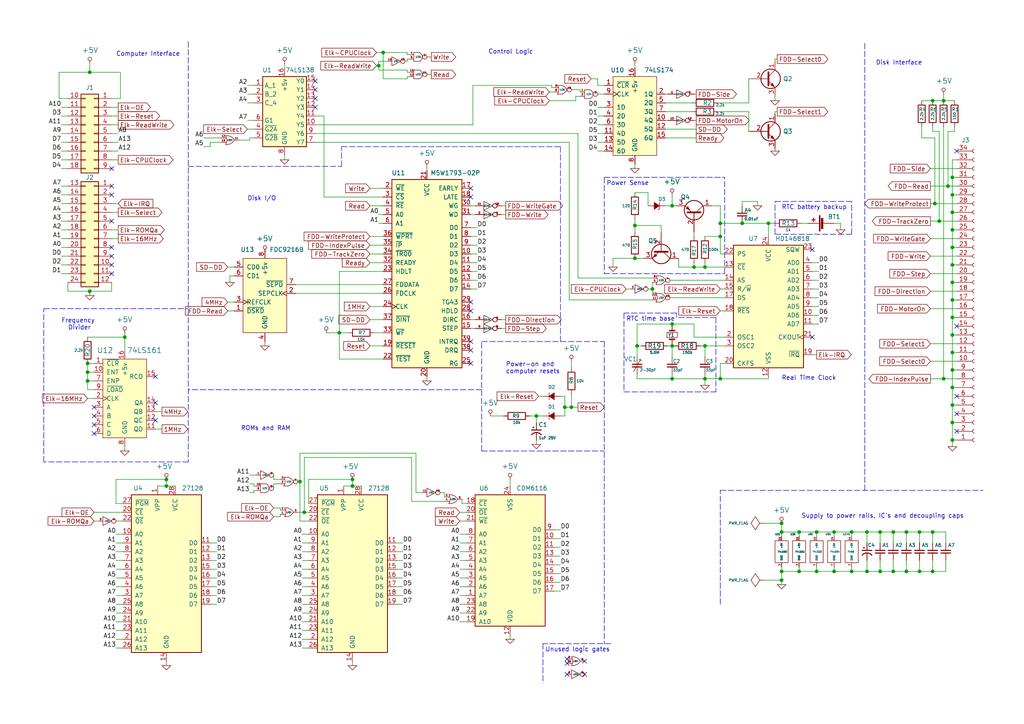
<source format=kicad_sch>
(kicad_sch (version 20211123) (generator eeschema)
  (paper "A4")
  (title_block (title "Acorn Electron - Cumana Disk Interface") (date "2023-09-05") (company "www.benningtons.net"))
  (junction (at 255.27 165.735))
  (junction (at 270.51 29.21))
  (junction (at 274.955 53.975))
  (junction (at 189.23 83.82))
  (junction (at 273.685 109.855))
  (junction (at 222.885 64.77))
  (junction (at 226.695 168.275))
  (junction (at 276.225 71.755))
  (junction (at 184.15 65.405))
  (junction (at 266.7 165.735))
  (junction (at 276.225 86.995))
  (junction (at 201.295 77.47))
  (junction (at 247.015 165.735))
  (junction (at 251.46 154.305))
  (junction (at 259.08 165.735))
  (junction (at 155.575 120.65))
  (junction (at 25.4 110.49))
  (junction (at 109.855 19.05))
  (junction (at 276.225 112.395))
  (junction (at 270.51 165.735))
  (junction (at 276.225 102.235))
  (junction (at 208.915 68.58))
  (junction (at 48.26 140.97))
  (junction (at 208.915 64.77))
  (junction (at 215.265 64.77))
  (junction (at 194.945 100.33))
  (junction (at 184.785 100.33))
  (junction (at 276.225 61.595))
  (junction (at 184.15 74.93))
  (junction (at 25.4 107.95))
  (junction (at 251.46 165.735))
  (junction (at 48.26 139.065))
  (junction (at 247.015 154.305))
  (junction (at 204.47 77.47))
  (junction (at 26.035 84.455))
  (junction (at 102.235 139.065))
  (junction (at 276.225 76.835))
  (junction (at 276.225 51.435))
  (junction (at 165.735 118.11))
  (junction (at 163.83 118.11))
  (junction (at 276.225 97.155))
  (junction (at 276.225 107.315))
  (junction (at 276.225 56.515))
  (junction (at 98.425 96.52))
  (junction (at 276.225 92.075))
  (junction (at 276.225 81.915))
  (junction (at 204.47 109.855))
  (junction (at 276.225 127.635))
  (junction (at 208.915 109.855))
  (junction (at 25.4 105.41))
  (junction (at 276.225 122.555))
  (junction (at 262.89 165.735))
  (junction (at 36.195 97.79))
  (junction (at 259.08 154.305))
  (junction (at 255.27 154.305))
  (junction (at 26.035 20.955))
  (junction (at 231.775 165.735))
  (junction (at 111.125 15.24))
  (junction (at 241.935 165.735))
  (junction (at 194.945 109.855))
  (junction (at 262.89 154.305))
  (junction (at 226.695 165.735))
  (junction (at 241.935 154.305))
  (junction (at 204.47 100.33))
  (junction (at 270.51 154.305))
  (junction (at 272.415 64.135))
  (junction (at 86.995 139.7))
  (junction (at 102.235 140.97))
  (junction (at 276.225 66.675))
  (junction (at 194.945 93.98))
  (junction (at 266.7 154.305))
  (junction (at 231.775 154.305))
  (junction (at 271.145 59.055))
  (junction (at 194.945 59.69))
  (junction (at 236.855 154.305))
  (junction (at 276.225 117.475))
  (junction (at 273.685 29.21))
  (junction (at 236.855 165.735))
  (junction (at 226.695 154.305))
  (junction (at 226.695 151.765))
  (junction (at 88.265 148.59))
  (no_connect (at 136.525 87.63))
  (no_connect (at 27.305 120.65))
  (no_connect (at 45.085 121.92))
  (no_connect (at 136.525 57.15))
  (no_connect (at 164.465 195.58))
  (no_connect (at 235.585 97.79))
  (no_connect (at 91.44 31.115))
  (no_connect (at 169.545 195.58))
  (no_connect (at 32.385 56.515))
  (no_connect (at 32.385 76.835))
  (no_connect (at 136.525 105.41))
  (no_connect (at 32.385 79.375))
  (no_connect (at 32.385 71.755))
  (no_connect (at 91.44 26.035))
  (no_connect (at 32.385 48.895))
  (no_connect (at 45.085 109.22))
  (no_connect (at 164.465 191.135))
  (no_connect (at 32.385 74.295))
  (no_connect (at 235.585 72.39))
  (no_connect (at 32.385 53.975))
  (no_connect (at 27.305 118.11))
  (no_connect (at 136.525 54.61))
  (no_connect (at 27.305 123.19))
  (no_connect (at 136.525 101.6))
  (no_connect (at 91.44 23.495))
  (no_connect (at 169.545 191.77))
  (no_connect (at 91.44 28.575))
  (no_connect (at 32.385 64.135))
  (no_connect (at 277.495 120.015))
  (no_connect (at 27.305 125.73))
  (no_connect (at 277.495 114.935))
  (no_connect (at 277.495 125.095))
  (no_connect (at 45.085 116.84))
  (no_connect (at 136.525 90.17))
  (no_connect (at 136.525 99.06))
  (no_connect (at 164.465 192.405))
  (no_connect (at 277.495 94.615))
  (no_connect (at 277.495 43.815))
  (polyline (pts (xy 139.7 99.06) (xy 175.26 99.06)))
  (wire (pts (xy 111.125 15.24) (xy 118.11 15.24)))
  (wire (pts (xy 107.315 73.66) (xy 111.125 73.66)))
  (wire (pts (xy 201.295 34.925) (xy 201.93 34.925)))
  (wire (pts (xy 184.15 65.405) (xy 184.15 67.31)))
  (wire (pts (xy 226.695 169.545) (xy 226.695 168.275)))
  (polyline (pts (xy 175.26 51.435) (xy 175.26 79.375)))
  (wire (pts (xy 89.535 167.64) (xy 87.63 167.64)))
  (wire (pts (xy 26.035 18.415) (xy 26.035 20.955)))
  (wire (pts (xy 232.41 64.77) (xy 234.315 64.77)))
  (wire (pts (xy 89.535 175.26) (xy 87.63 175.26)))
  (wire (pts (xy 276.225 51.435) (xy 276.225 56.515)))
  (wire (pts (xy 277.495 89.535) (xy 269.875 89.535)))
  (wire (pts (xy 135.255 167.64) (xy 133.35 167.64)))
  (wire (pts (xy 128.905 142.875) (xy 128.905 144.145)))
  (wire (pts (xy 135.255 154.94) (xy 133.35 154.94)))
  (wire (pts (xy 175.26 41.275) (xy 173.355 41.275)))
  (wire (pts (xy 251.46 165.735) (xy 251.46 162.56)))
  (wire (pts (xy 109.22 15.24) (xy 111.125 15.24)))
  (wire (pts (xy 241.935 154.305) (xy 247.015 154.305)))
  (wire (pts (xy 79.375 149.86) (xy 81.28 149.86)))
  (wire (pts (xy 255.27 154.305) (xy 251.46 154.305)))
  (wire (pts (xy 133.35 180.34) (xy 135.255 180.34)))
  (wire (pts (xy 215.265 64.77) (xy 222.885 64.77)))
  (wire (pts (xy 277.495 127.635) (xy 276.225 127.635)))
  (polyline (pts (xy 210.185 79.375) (xy 210.185 51.435)))
  (wire (pts (xy 221.615 168.275) (xy 226.695 168.275)))
  (wire (pts (xy 274.955 53.975) (xy 274.955 38.1)))
  (wire (pts (xy 35.56 165.1) (xy 33.655 165.1)))
  (wire (pts (xy 204.47 76.2) (xy 204.47 77.47)))
  (wire (pts (xy 231.775 154.305) (xy 236.855 154.305)))
  (wire (pts (xy 266.7 157.48) (xy 266.7 154.305)))
  (wire (pts (xy 277.495 51.435) (xy 276.225 51.435)))
  (wire (pts (xy 224.79 17.145) (xy 224.79 17.78)))
  (wire (pts (xy 235.585 78.74) (xy 237.49 78.74)))
  (wire (pts (xy 93.98 57.15) (xy 111.125 57.15)))
  (wire (pts (xy 274.955 38.1) (xy 276.86 38.1)))
  (wire (pts (xy 60.96 162.56) (xy 62.865 162.56)))
  (wire (pts (xy 102.235 139.065) (xy 102.235 140.97)))
  (wire (pts (xy 194.945 93.98) (xy 201.295 93.98)))
  (wire (pts (xy 111.125 76.2) (xy 107.315 76.2)))
  (wire (pts (xy 231.775 165.735) (xy 236.855 165.735)))
  (wire (pts (xy 19.685 79.375) (xy 17.78 79.375)))
  (wire (pts (xy 184.15 74.93) (xy 186.69 74.93)))
  (wire (pts (xy 270.51 165.735) (xy 266.7 165.735)))
  (wire (pts (xy 89.535 185.42) (xy 87.63 185.42)))
  (polyline (pts (xy 177.165 186.69) (xy 157.48 186.69)))
  (wire (pts (xy 107.315 88.9) (xy 111.125 88.9)))
  (wire (pts (xy 91.44 36.195) (xy 137.16 36.195)))
  (wire (pts (xy 147.955 184.15) (xy 147.955 185.42)))
  (wire (pts (xy 277.495 92.075) (xy 276.225 92.075)))
  (wire (pts (xy 270.51 162.56) (xy 270.51 165.735)))
  (wire (pts (xy 163.83 114.935) (xy 163.83 118.11)))
  (wire (pts (xy 162.56 120.65) (xy 163.83 120.65)))
  (wire (pts (xy 193.04 27.305) (xy 193.675 27.305)))
  (wire (pts (xy 60.96 167.64) (xy 62.865 167.64)))
  (wire (pts (xy 276.225 112.395) (xy 276.225 117.475)))
  (polyline (pts (xy 139.7 130.81) (xy 139.7 99.06)))
  (wire (pts (xy 19.685 84.455) (xy 19.685 81.915)))
  (wire (pts (xy 160.655 168.91) (xy 162.56 168.91)))
  (wire (pts (xy 160.655 161.29) (xy 162.56 161.29)))
  (wire (pts (xy 160.655 163.83) (xy 162.56 163.83)))
  (wire (pts (xy 189.23 81.915) (xy 189.23 83.82)))
  (wire (pts (xy 210.185 73.66) (xy 208.915 73.66)))
  (wire (pts (xy 241.935 165.735) (xy 247.015 165.735)))
  (wire (pts (xy 266.7 154.305) (xy 262.89 154.305)))
  (wire (pts (xy 107.315 59.69) (xy 111.125 59.69)))
  (wire (pts (xy 27.305 148.59) (xy 35.56 148.59)))
  (wire (pts (xy 204.47 109.855) (xy 204.47 111.76)))
  (wire (pts (xy 276.225 86.995) (xy 276.225 92.075)))
  (wire (pts (xy 135.255 162.56) (xy 133.35 162.56)))
  (wire (pts (xy 276.225 81.915) (xy 276.225 86.995)))
  (wire (pts (xy 45.085 119.38) (xy 46.99 119.38)))
  (wire (pts (xy 88.265 132.715) (xy 119.38 132.715)))
  (polyline (pts (xy 175.26 79.375) (xy 210.185 79.375)))
  (wire (pts (xy 135.255 146.05) (xy 133.985 146.05)))
  (wire (pts (xy 88.265 148.59) (xy 89.535 148.59)))
  (wire (pts (xy 17.78 64.135) (xy 19.685 64.135)))
  (wire (pts (xy 273.685 27.305) (xy 273.685 29.21)))
  (polyline (pts (xy 12.7 89.535) (xy 54.61 89.535)))
  (polyline (pts (xy 196.215 92.075) (xy 196.215 90.805)))
  (wire (pts (xy 60.96 172.72) (xy 62.865 172.72)))
  (wire (pts (xy 276.86 29.21) (xy 273.685 29.21)))
  (wire (pts (xy 73.66 29.845) (xy 71.755 29.845)))
  (wire (pts (xy 277.495 86.995) (xy 276.225 86.995)))
  (wire (pts (xy 73.66 142.875) (xy 73.66 142.24)))
  (wire (pts (xy 109.855 19.05) (xy 109.855 20.32)))
  (wire (pts (xy 276.225 56.515) (xy 276.225 61.595)))
  (wire (pts (xy 136.525 73.66) (xy 138.43 73.66)))
  (wire (pts (xy 91.44 33.655) (xy 93.98 33.655)))
  (wire (pts (xy 86.995 151.13) (xy 86.995 139.7)))
  (wire (pts (xy 184.15 18.415) (xy 184.15 19.685)))
  (wire (pts (xy 72.39 140.335) (xy 73.66 140.335)))
  (wire (pts (xy 224.79 27.94) (xy 224.79 29.21)))
  (wire (pts (xy 196.85 74.93) (xy 196.85 77.47)))
  (wire (pts (xy 191.77 65.405) (xy 184.15 65.405)))
  (wire (pts (xy 109.22 19.05) (xy 109.855 19.05)))
  (wire (pts (xy 184.785 109.855) (xy 194.945 109.855)))
  (wire (pts (xy 88.265 148.59) (xy 88.265 132.715)))
  (wire (pts (xy 225.425 17.145) (xy 224.79 17.145)))
  (wire (pts (xy 193.04 37.465) (xy 201.93 37.465)))
  (wire (pts (xy 277.495 61.595) (xy 276.225 61.595)))
  (wire (pts (xy 208.28 32.385) (xy 217.17 32.385)))
  (wire (pts (xy 200.66 29.845) (xy 193.04 29.845)))
  (wire (pts (xy 194.945 99.695) (xy 194.945 100.33)))
  (wire (pts (xy 167.005 29.21) (xy 167.005 27.94)))
  (wire (pts (xy 32.385 84.455) (xy 26.035 84.455)))
  (wire (pts (xy 66.04 77.47) (xy 67.945 77.47)))
  (wire (pts (xy 184.785 100.33) (xy 184.785 103.505)))
  (wire (pts (xy 111.125 64.77) (xy 109.855 64.77)))
  (wire (pts (xy 259.08 157.48) (xy 259.08 154.305)))
  (wire (pts (xy 204.47 100.33) (xy 210.185 100.33)))
  (wire (pts (xy 128.905 145.415) (xy 119.38 145.415)))
  (polyline (pts (xy 99.06 48.26) (xy 99.06 42.545)))
  (wire (pts (xy 17.78 61.595) (xy 19.685 61.595)))
  (wire (pts (xy 133.35 177.8) (xy 135.255 177.8)))
  (wire (pts (xy 171.45 22.86) (xy 173.355 22.86)))
  (wire (pts (xy 194.945 103.505) (xy 194.945 100.33)))
  (wire (pts (xy 120.65 131.445) (xy 86.995 131.445)))
  (wire (pts (xy 272.415 64.135) (xy 277.495 64.135)))
  (wire (pts (xy 189.23 83.82) (xy 189.23 85.725)))
  (wire (pts (xy 191.77 67.31) (xy 191.77 65.405)))
  (wire (pts (xy 184.15 55.88) (xy 187.96 55.88)))
  (wire (pts (xy 175.26 38.735) (xy 173.355 38.735)))
  (wire (pts (xy 19.685 33.655) (xy 17.78 33.655)))
  (wire (pts (xy 135.255 148.59) (xy 133.35 148.59)))
  (wire (pts (xy 153.67 120.65) (xy 155.575 120.65)))
  (wire (pts (xy 155.575 122.555) (xy 155.575 120.65)))
  (wire (pts (xy 241.935 64.77) (xy 243.84 64.77)))
  (wire (pts (xy 160.02 25.4) (xy 160.02 24.765)))
  (wire (pts (xy 79.375 140.335) (xy 79.375 141.605)))
  (wire (pts (xy 123.825 48.26) (xy 123.825 49.53)))
  (wire (pts (xy 33.655 151.13) (xy 35.56 151.13)))
  (wire (pts (xy 259.08 165.735) (xy 255.27 165.735)))
  (wire (pts (xy 236.855 155.575) (xy 236.855 154.305)))
  (wire (pts (xy 270.51 157.48) (xy 270.51 154.305)))
  (wire (pts (xy 277.495 56.515) (xy 276.225 56.515)))
  (wire (pts (xy 111.125 78.74) (xy 98.425 78.74)))
  (wire (pts (xy 224.79 43.18) (xy 224.79 43.815)))
  (wire (pts (xy 226.695 168.275) (xy 226.695 165.735)))
  (polyline (pts (xy 224.79 58.42) (xy 247.015 58.42)))
  (wire (pts (xy 184.15 47.625) (xy 184.15 48.895)))
  (wire (pts (xy 262.89 157.48) (xy 262.89 154.305)))
  (wire (pts (xy 184.785 93.98) (xy 194.945 93.98)))
  (wire (pts (xy 35.56 180.34) (xy 33.655 180.34)))
  (wire (pts (xy 114.935 160.02) (xy 116.84 160.02)))
  (wire (pts (xy 231.775 164.465) (xy 231.775 165.735)))
  (wire (pts (xy 86.36 139.7) (xy 86.995 139.7)))
  (wire (pts (xy 60.96 41.275) (xy 64.135 41.275)))
  (wire (pts (xy 26.035 20.955) (xy 34.925 20.955)))
  (wire (pts (xy 147.955 139.065) (xy 147.955 140.97)))
  (wire (pts (xy 114.935 170.18) (xy 116.84 170.18)))
  (wire (pts (xy 119.38 132.715) (xy 119.38 145.415)))
  (wire (pts (xy 74.295 140.97) (xy 73.66 140.97)))
  (wire (pts (xy 48.26 191.77) (xy 48.26 193.04)))
  (wire (pts (xy 226.695 155.575) (xy 226.695 154.305)))
  (wire (pts (xy 274.32 154.305) (xy 270.51 154.305)))
  (wire (pts (xy 136.525 76.2) (xy 138.43 76.2)))
  (wire (pts (xy 76.835 100.33) (xy 76.835 99.06)))
  (wire (pts (xy 120.65 131.445) (xy 120.65 142.875)))
  (wire (pts (xy 241.935 164.465) (xy 241.935 165.735)))
  (wire (pts (xy 72.39 137.795) (xy 74.295 137.795)))
  (wire (pts (xy 79.375 137.795) (xy 79.375 139.065)))
  (wire (pts (xy 276.86 36.83) (xy 276.86 38.1)))
  (wire (pts (xy 111.125 96.52) (xy 108.585 96.52)))
  (wire (pts (xy 184.15 63.5) (xy 184.15 65.405)))
  (wire (pts (xy 167.64 80.645) (xy 189.23 80.645)))
  (wire (pts (xy 193.04 59.69) (xy 194.945 59.69)))
  (wire (pts (xy 32.385 43.815) (xy 34.29 43.815)))
  (wire (pts (xy 145.415 62.23) (xy 146.685 62.23)))
  (wire (pts (xy 247.015 165.735) (xy 251.46 165.735)))
  (wire (pts (xy 235.585 93.98) (xy 237.49 93.98)))
  (wire (pts (xy 255.27 157.48) (xy 255.27 154.305)))
  (wire (pts (xy 196.85 77.47) (xy 201.295 77.47)))
  (wire (pts (xy 117.475 17.78) (xy 118.11 17.78)))
  (wire (pts (xy 235.585 91.44) (xy 237.49 91.44)))
  (wire (pts (xy 27.305 105.41) (xy 25.4 105.41)))
  (wire (pts (xy 201.295 76.2) (xy 201.295 77.47)))
  (wire (pts (xy 277.495 112.395) (xy 276.225 112.395)))
  (wire (pts (xy 114.935 172.72) (xy 116.84 172.72)))
  (wire (pts (xy 226.695 151.765) (xy 226.695 154.305)))
  (wire (pts (xy 155.575 120.65) (xy 157.48 120.65)))
  (wire (pts (xy 235.585 83.82) (xy 237.49 83.82)))
  (wire (pts (xy 109.855 17.78) (xy 109.855 19.05)))
  (wire (pts (xy 204.47 109.855) (xy 208.915 109.855)))
  (polyline (pts (xy 139.7 130.81) (xy 175.26 130.81)))
  (wire (pts (xy 34.29 46.355) (xy 32.385 46.355)))
  (wire (pts (xy 27.305 115.57) (xy 25.4 115.57)))
  (wire (pts (xy 175.26 43.815) (xy 173.355 43.815)))
  (wire (pts (xy 167.64 38.735) (xy 167.64 80.645)))
  (wire (pts (xy 34.925 28.575) (xy 32.385 28.575)))
  (wire (pts (xy 136.525 62.23) (xy 137.795 62.23)))
  (wire (pts (xy 98.425 96.52) (xy 100.965 96.52)))
  (wire (pts (xy 262.89 154.305) (xy 259.08 154.305)))
  (wire (pts (xy 142.24 120.65) (xy 146.05 120.65)))
  (wire (pts (xy 35.56 175.26) (xy 33.655 175.26)))
  (wire (pts (xy 135.255 151.13) (xy 133.35 151.13)))
  (wire (pts (xy 226.695 165.735) (xy 231.775 165.735)))
  (wire (pts (xy 111.125 22.86) (xy 118.11 22.86)))
  (wire (pts (xy 133.985 144.78) (xy 133.985 146.05)))
  (wire (pts (xy 269.875 79.375) (xy 277.495 79.375)))
  (wire (pts (xy 118.11 15.24) (xy 118.11 15.875)))
  (wire (pts (xy 73.66 34.925) (xy 71.755 34.925)))
  (wire (pts (xy 66.675 80.01) (xy 67.945 80.01)))
  (wire (pts (xy 89.535 162.56) (xy 87.63 162.56)))
  (wire (pts (xy 156.21 114.935) (xy 157.48 114.935)))
  (wire (pts (xy 32.385 41.275) (xy 34.29 41.275)))
  (wire (pts (xy 236.855 154.305) (xy 241.935 154.305)))
  (wire (pts (xy 17.145 20.955) (xy 26.035 20.955)))
  (wire (pts (xy 224.79 33.02) (xy 224.79 32.385)))
  (wire (pts (xy 35.56 162.56) (xy 33.655 162.56)))
  (wire (pts (xy 98.425 78.74) (xy 98.425 96.52)))
  (wire (pts (xy 32.385 33.655) (xy 34.29 33.655)))
  (wire (pts (xy 168.275 26.035) (xy 168.275 26.67)))
  (wire (pts (xy 269.875 74.295) (xy 277.495 74.295)))
  (wire (pts (xy 235.585 88.9) (xy 237.49 88.9)))
  (wire (pts (xy 262.89 162.56) (xy 262.89 165.735)))
  (wire (pts (xy 89.535 180.34) (xy 87.63 180.34)))
  (wire (pts (xy 35.56 167.64) (xy 33.655 167.64)))
  (wire (pts (xy 25.4 110.49) (xy 25.4 107.95)))
  (wire (pts (xy 109.855 20.32) (xy 118.11 20.32)))
  (polyline (pts (xy 139.7 113.03) (xy 54.61 113.03)))
  (wire (pts (xy 145.415 95.25) (xy 146.685 95.25)))
  (wire (pts (xy 135.255 172.72) (xy 133.35 172.72)))
  (wire (pts (xy 160.655 153.67) (xy 162.56 153.67)))
  (wire (pts (xy 19.685 28.575) (xy 17.145 28.575)))
  (wire (pts (xy 118.11 20.32) (xy 118.11 20.955)))
  (wire (pts (xy 89.535 139.065) (xy 102.235 139.065)))
  (wire (pts (xy 91.44 41.275) (xy 165.1 41.275)))
  (wire (pts (xy 276.225 97.155) (xy 276.225 102.235)))
  (wire (pts (xy 114.935 157.48) (xy 116.84 157.48)))
  (wire (pts (xy 25.4 107.95) (xy 27.305 107.95)))
  (wire (pts (xy 60.96 165.1) (xy 62.865 165.1)))
  (wire (pts (xy 175.26 33.655) (xy 173.355 33.655)))
  (wire (pts (xy 201.295 97.79) (xy 210.185 97.79)))
  (wire (pts (xy 91.44 38.735) (xy 167.64 38.735)))
  (wire (pts (xy 109.855 17.78) (xy 112.395 17.78)))
  (wire (pts (xy 165.735 26.035) (xy 168.275 26.035)))
  (wire (pts (xy 50.8 140.97) (xy 48.26 140.97)))
  (wire (pts (xy 34.29 66.675) (xy 32.385 66.675)))
  (wire (pts (xy 160.655 166.37) (xy 162.56 166.37)))
  (wire (pts (xy 194.31 81.28) (xy 210.185 81.28)))
  (wire (pts (xy 276.225 61.595) (xy 276.225 66.675)))
  (wire (pts (xy 236.855 165.735) (xy 241.935 165.735)))
  (wire (pts (xy 217.17 29.845) (xy 217.17 22.86)))
  (wire (pts (xy 60.96 175.26) (xy 62.865 175.26)))
  (wire (pts (xy 27.305 110.49) (xy 25.4 110.49)))
  (wire (pts (xy 25.4 105.41) (xy 25.4 107.95)))
  (wire (pts (xy 135.255 170.18) (xy 133.35 170.18)))
  (wire (pts (xy 71.755 37.465) (xy 73.66 37.465)))
  (wire (pts (xy 89.535 146.05) (xy 89.535 139.065)))
  (wire (pts (xy 118.11 17.145) (xy 118.745 17.145)))
  (wire (pts (xy 277.495 81.915) (xy 276.225 81.915)))
  (wire (pts (xy 19.685 43.815) (xy 17.78 43.815)))
  (wire (pts (xy 19.685 41.275) (xy 17.78 41.275)))
  (wire (pts (xy 89.535 157.48) (xy 87.63 157.48)))
  (wire (pts (xy 114.935 165.1) (xy 116.84 165.1)))
  (wire (pts (xy 184.15 74.93) (xy 177.8 74.93)))
  (wire (pts (xy 137.16 36.195) (xy 137.16 24.765)))
  (wire (pts (xy 34.29 59.055) (xy 32.385 59.055)))
  (wire (pts (xy 122.555 142.875) (xy 120.65 142.875)))
  (wire (pts (xy 34.29 31.115) (xy 32.385 31.115)))
  (wire (pts (xy 277.495 76.835) (xy 276.225 76.835)))
  (wire (pts (xy 155.575 127.635) (xy 155.575 128.905)))
  (wire (pts (xy 17.78 59.055) (xy 19.685 59.055)))
  (wire (pts (xy 173.355 27.305) (xy 175.26 27.305)))
  (wire (pts (xy 267.335 36.83) (xy 267.335 40.005)))
  (wire (pts (xy 19.685 76.835) (xy 17.78 76.835)))
  (wire (pts (xy 136.525 66.04) (xy 138.43 66.04)))
  (wire (pts (xy 19.685 31.115) (xy 17.78 31.115)))
  (wire (pts (xy 32.385 38.735) (xy 34.29 38.735)))
  (polyline (pts (xy 247.015 67.945) (xy 247.015 58.42)))
  (wire (pts (xy 184.785 108.585) (xy 184.785 109.855)))
  (wire (pts (xy 277.495 122.555) (xy 276.225 122.555)))
  (wire (pts (xy 193.04 32.385) (xy 200.66 32.385)))
  (wire (pts (xy 276.225 122.555) (xy 276.225 127.635)))
  (wire (pts (xy 160.02 24.765) (xy 137.16 24.765)))
  (wire (pts (xy 277.495 102.235) (xy 276.225 102.235)))
  (wire (pts (xy 34.29 36.195) (xy 32.385 36.195)))
  (wire (pts (xy 267.335 40.005) (xy 271.145 40.005)))
  (polyline (pts (xy 54.61 133.985) (xy 12.7 133.985)))
  (wire (pts (xy 217.17 32.385) (xy 217.17 38.1)))
  (wire (pts (xy 235.585 81.28) (xy 237.49 81.28)))
  (wire (pts (xy 204.47 68.58) (xy 208.915 68.58)))
  (wire (pts (xy 19.685 66.675) (xy 17.78 66.675)))
  (wire (pts (xy 194.945 59.69) (xy 196.215 59.69)))
  (wire (pts (xy 136.525 83.82) (xy 138.43 83.82)))
  (wire (pts (xy 35.56 157.48) (xy 33.655 157.48)))
  (wire (pts (xy 276.225 92.075) (xy 276.225 97.155)))
  (polyline (pts (xy 208.915 142.24) (xy 285.115 142.24)))
  (wire (pts (xy 235.585 86.36) (xy 237.49 86.36)))
  (wire (pts (xy 208.915 64.77) (xy 215.265 64.77)))
  (wire (pts (xy 123.825 109.22) (xy 123.825 110.49)))
  (wire (pts (xy 35.56 177.8) (xy 33.655 177.8)))
  (wire (pts (xy 235.585 102.87) (xy 236.855 102.87)))
  (polyline (pts (xy 224.79 67.945) (xy 247.015 67.945)))
  (wire (pts (xy 73.66 140.335) (xy 73.66 140.97)))
  (wire (pts (xy 102.235 140.97) (xy 99.695 140.97)))
  (wire (pts (xy 269.875 84.455) (xy 277.495 84.455)))
  (wire (pts (xy 273.685 109.855) (xy 269.875 109.855)))
  (wire (pts (xy 35.56 185.42) (xy 33.655 185.42)))
  (wire (pts (xy 19.685 74.295) (xy 17.78 74.295)))
  (wire (pts (xy 193.04 40.005) (xy 201.93 40.005)))
  (wire (pts (xy 241.935 155.575) (xy 241.935 154.305)))
  (wire (pts (xy 226.695 154.305) (xy 231.775 154.305)))
  (wire (pts (xy 266.7 162.56) (xy 266.7 165.735)))
  (wire (pts (xy 59.055 40.005) (xy 64.135 40.005)))
  (wire (pts (xy 118.11 15.875) (xy 118.745 15.875)))
  (wire (pts (xy 89.535 177.8) (xy 87.63 177.8)))
  (wire (pts (xy 118.11 22.225) (xy 118.745 22.225)))
  (polyline (pts (xy 250.825 142.24) (xy 250.825 12.065)))
  (wire (pts (xy 17.78 53.975) (xy 19.685 53.975)))
  (wire (pts (xy 102.235 193.04) (xy 102.235 191.77)))
  (wire (pts (xy 236.855 164.465) (xy 236.855 165.735)))
  (wire (pts (xy 82.55 19.685) (xy 82.55 18.415)))
  (polyline (pts (xy 180.975 113.665) (xy 207.645 113.665)))
  (wire (pts (xy 208.915 68.58) (xy 208.915 73.66)))
  (wire (pts (xy 35.56 160.02) (xy 33.655 160.02)))
  (wire (pts (xy 208.915 64.77) (xy 208.915 68.58)))
  (wire (pts (xy 60.96 170.18) (xy 62.865 170.18)))
  (wire (pts (xy 118.11 17.78) (xy 118.11 17.145)))
  (wire (pts (xy 36.195 129.54) (xy 36.195 130.81)))
  (wire (pts (xy 270.51 38.1) (xy 272.415 38.1)))
  (wire (pts (xy 208.915 83.82) (xy 210.185 83.82)))
  (wire (pts (xy 17.145 28.575) (xy 17.145 20.955)))
  (wire (pts (xy 194.945 100.33) (xy 195.58 100.33)))
  (wire (pts (xy 159.385 29.21) (xy 167.005 29.21)))
  (wire (pts (xy 255.27 162.56) (xy 255.27 165.735)))
  (wire (pts (xy 85.725 82.55) (xy 111.125 82.55)))
  (wire (pts (xy 48.26 140.97) (xy 45.72 140.97)))
  (wire (pts (xy 86.995 139.7) (xy 86.995 131.445)))
  (wire (pts (xy 35.56 172.72) (xy 33.655 172.72)))
  (wire (pts (xy 270.51 29.21) (xy 273.685 29.21)))
  (wire (pts (xy 27.305 151.13) (xy 28.575 151.13)))
  (wire (pts (xy 72.39 142.875) (xy 73.66 142.875)))
  (wire (pts (xy 165.735 118.11) (xy 165.735 114.3)))
  (polyline (pts (xy 196.215 90.805) (xy 180.975 90.805)))
  (polyline (pts (xy 207.645 92.075) (xy 196.215 92.075)))
  (wire (pts (xy 187.96 83.82) (xy 189.23 83.82)))
  (wire (pts (xy 73.66 24.765) (xy 71.755 24.765)))
  (wire (pts (xy 135.255 175.26) (xy 133.35 175.26)))
  (wire (pts (xy 208.915 105.41) (xy 208.915 109.855)))
  (wire (pts (xy 187.96 55.88) (xy 187.96 59.69)))
  (polyline (pts (xy 175.26 51.435) (xy 210.185 51.435)))
  (wire (pts (xy 19.685 46.355) (xy 17.78 46.355)))
  (wire (pts (xy 114.935 162.56) (xy 116.84 162.56)))
  (wire (pts (xy 177.8 74.93) (xy 177.8 77.47)))
  (wire (pts (xy 79.375 147.32) (xy 81.28 147.32)))
  (wire (pts (xy 272.415 38.1) (xy 272.415 64.135)))
  (wire (pts (xy 276.225 66.675) (xy 276.225 71.755)))
  (wire (pts (xy 136.525 71.12) (xy 138.43 71.12)))
  (wire (pts (xy 165.735 118.11) (xy 167.64 118.11)))
  (wire (pts (xy 247.015 154.305) (xy 247.015 155.575)))
  (wire (pts (xy 215.265 58.42) (xy 219.71 58.42)))
  (wire (pts (xy 274.32 165.735) (xy 270.51 165.735)))
  (wire (pts (xy 81.28 139.065) (xy 79.375 139.065)))
  (wire (pts (xy 125.095 16.51) (xy 123.825 16.51)))
  (wire (pts (xy 89.535 187.96) (xy 87.63 187.96)))
  (wire (pts (xy 35.56 146.05) (xy 33.655 146.05)))
  (wire (pts (xy 118.11 20.955) (xy 118.745 20.955)))
  (wire (pts (xy 127.635 142.875) (xy 128.905 142.875)))
  (wire (pts (xy 67.945 87.63) (xy 66.04 87.63)))
  (wire (pts (xy 160.655 25.4) (xy 160.02 25.4)))
  (wire (pts (xy 274.955 53.975) (xy 269.875 53.975)))
  (wire (pts (xy 135.255 157.48) (xy 133.35 157.48)))
  (wire (pts (xy 251.46 154.305) (xy 247.015 154.305)))
  (wire (pts (xy 276.225 117.475) (xy 276.225 122.555)))
  (wire (pts (xy 114.935 175.26) (xy 116.84 175.26)))
  (wire (pts (xy 222.885 109.22) (xy 222.885 109.855)))
  (wire (pts (xy 159.385 26.67) (xy 160.655 26.67)))
  (wire (pts (xy 74.295 142.24) (xy 73.66 142.24)))
  (wire (pts (xy 208.915 59.69) (xy 208.915 64.77)))
  (wire (pts (xy 277.495 53.975) (xy 274.955 53.975)))
  (wire (pts (xy 221.615 151.765) (xy 226.695 151.765)))
  (wire (pts (xy 136.525 95.25) (xy 137.795 95.25)))
  (wire (pts (xy 193.04 34.925) (xy 193.675 34.925)))
  (wire (pts (xy 210.185 105.41) (xy 208.915 105.41)))
  (wire (pts (xy 273.685 36.83) (xy 273.685 109.855)))
  (wire (pts (xy 276.225 127.635) (xy 276.225 129.54)))
  (wire (pts (xy 259.08 162.56) (xy 259.08 165.735)))
  (wire (pts (xy 98.425 104.14) (xy 98.425 96.52)))
  (wire (pts (xy 165.735 104.775) (xy 165.735 106.68)))
  (wire (pts (xy 243.84 64.77) (xy 243.84 66.675)))
  (wire (pts (xy 194.945 108.585) (xy 194.945 109.855)))
  (wire (pts (xy 32.385 81.915) (xy 32.385 84.455)))
  (wire (pts (xy 82.55 45.085) (xy 82.55 46.355)))
  (wire (pts (xy 114.935 167.64) (xy 116.84 167.64)))
  (wire (pts (xy 201.295 27.305) (xy 201.93 27.305)))
  (wire (pts (xy 19.685 48.895) (xy 17.78 48.895)))
  (wire (pts (xy 89.535 172.72) (xy 87.63 172.72)))
  (wire (pts (xy 276.225 76.835) (xy 276.225 81.915)))
  (wire (pts (xy 135.255 165.1) (xy 133.35 165.1)))
  (wire (pts (xy 184.785 93.98) (xy 184.785 100.33)))
  (wire (pts (xy 194.945 56.515) (xy 194.945 59.69)))
  (wire (pts (xy 210.185 90.17) (xy 208.915 90.17)))
  (wire (pts (xy 60.96 157.48) (xy 62.865 157.48)))
  (polyline (pts (xy 207.645 92.075) (xy 207.645 113.665)))
  (wire (pts (xy 259.08 154.305) (xy 255.27 154.305)))
  (wire (pts (xy 165.1 86.995) (xy 165.1 41.275)))
  (wire (pts (xy 60.96 42.545) (xy 60.96 41.275)))
  (wire (pts (xy 276.225 71.755) (xy 276.225 76.835)))
  (wire (pts (xy 46.99 124.46) (xy 45.085 124.46)))
  (wire (pts (xy 35.56 170.18) (xy 33.655 170.18)))
  (wire (pts (xy 160.655 171.45) (xy 162.56 171.45)))
  (polyline (pts (xy 157.48 186.69) (xy 157.48 198.12)))
  (wire (pts (xy 276.225 107.315) (xy 276.225 112.395)))
  (wire (pts (xy 186.055 100.33) (xy 184.785 100.33)))
  (wire (pts (xy 251.46 157.48) (xy 251.46 154.305)))
  (wire (pts (xy 247.015 165.735) (xy 247.015 164.465)))
  (wire (pts (xy 111.125 62.23) (xy 109.855 62.23)))
  (wire (pts (xy 136.525 92.71) (xy 137.795 92.71)))
  (wire (pts (xy 48.26 139.065) (xy 48.26 140.97)))
  (wire (pts (xy 271.145 59.055) (xy 277.495 59.055)))
  (wire (pts (xy 162.56 114.935) (xy 163.83 114.935)))
  (wire (pts (xy 277.495 71.755) (xy 276.225 71.755)))
  (wire (pts (xy 222.885 68.58) (xy 222.885 64.77)))
  (wire (pts (xy 33.655 139.065) (xy 48.26 139.065)))
  (wire (pts (xy 272.415 64.135) (xy 269.875 64.135)))
  (wire (pts (xy 36.195 101.6) (xy 36.195 97.79)))
  (wire (pts (xy 175.26 36.195) (xy 173.355 36.195)))
  (polyline (pts (xy 224.79 67.945) (xy 224.79 58.42)))
  (wire (pts (xy 35.56 154.94) (xy 33.655 154.94)))
  (wire (pts (xy 277.495 66.675) (xy 276.225 66.675)))
  (wire (pts (xy 204.47 108.585) (xy 204.47 109.855)))
  (wire (pts (xy 271.145 40.005) (xy 271.145 59.055)))
  (wire (pts (xy 35.56 182.88) (xy 33.655 182.88)))
  (wire (pts (xy 72.39 40.64) (xy 72.39 40.005)))
  (wire (pts (xy 206.375 59.69) (xy 208.915 59.69)))
  (wire (pts (xy 27.305 113.03) (xy 25.4 113.03)))
  (wire (pts (xy 277.495 69.215) (xy 269.875 69.215)))
  (wire (pts (xy 81.28 140.335) (xy 79.375 140.335)))
  (wire (pts (xy 136.525 78.74) (xy 138.43 78.74)))
  (wire (pts (xy 194.945 94.615) (xy 194.945 93.98)))
  (polyline (pts (xy 180.975 90.805) (xy 180.975 113.665)))
  (wire (pts (xy 270.51 154.305) (xy 266.7 154.305)))
  (wire (pts (xy 81.28 147.32) (xy 81.28 147.955)))
  (wire (pts (xy 194.945 109.855) (xy 204.47 109.855)))
  (wire (pts (xy 277.495 109.855) (xy 273.685 109.855)))
  (wire (pts (xy 194.31 86.36) (xy 210.185 86.36)))
  (wire (pts (xy 204.47 77.47) (xy 210.185 77.47)))
  (wire (pts (xy 118.11 22.86) (xy 118.11 22.225)))
  (wire (pts (xy 89.535 170.18) (xy 87.63 170.18)))
  (wire (pts (xy 262.89 165.735) (xy 259.08 165.735)))
  (wire (pts (xy 81.28 149.86) (xy 81.28 149.225)))
  (wire (pts (xy 98.425 96.52) (xy 94.615 96.52)))
  (wire (pts (xy 89.535 165.1) (xy 87.63 165.1)))
  (wire (pts (xy 219.71 58.42) (xy 219.71 59.69)))
  (wire (pts (xy 145.415 59.69) (xy 146.685 59.69)))
  (wire (pts (xy 136.525 68.58) (xy 138.43 68.58)))
  (wire (pts (xy 104.775 140.97) (xy 102.235 140.97)))
  (wire (pts (xy 163.83 118.11) (xy 163.83 120.65)))
  (wire (pts (xy 89.535 182.88) (xy 87.63 182.88)))
  (wire (pts (xy 32.385 61.595) (xy 34.29 61.595)))
  (wire (pts (xy 33.655 146.05) (xy 33.655 139.065)))
  (wire (pts (xy 86.36 148.59) (xy 88.265 148.59)))
  (wire (pts (xy 107.315 92.71) (xy 111.125 92.71)))
  (wire (pts (xy 173.355 22.86) (xy 173.355 24.765)))
  (wire (pts (xy 19.685 36.195) (xy 17.78 36.195)))
  (wire (pts (xy 111.125 15.24) (xy 111.125 22.86)))
  (wire (pts (xy 201.295 67.31) (xy 201.295 68.58)))
  (wire (pts (xy 175.26 31.115) (xy 173.355 31.115)))
  (wire (pts (xy 135.255 160.02) (xy 133.35 160.02)))
  (wire (pts (xy 276.225 46.355) (xy 276.225 51.435)))
  (polyline (pts (xy 54.61 12.065) (xy 54.61 133.985)))
  (wire (pts (xy 25.4 97.79) (xy 36.195 97.79)))
  (wire (pts (xy 201.295 77.47) (xy 204.47 77.47)))
  (wire (pts (xy 277.495 97.155) (xy 276.225 97.155)))
  (wire (pts (xy 277.495 46.355) (xy 276.225 46.355)))
  (wire (pts (xy 25.4 113.03) (xy 25.4 110.49)))
  (wire (pts (xy 160.655 158.75) (xy 162.56 158.75)))
  (wire (pts (xy 277.495 104.775) (xy 269.875 104.775)))
  (wire (pts (xy 224.79 32.385) (xy 225.425 32.385)))
  (wire (pts (xy 36.195 97.79) (xy 36.195 96.52)))
  (wire (pts (xy 98.425 104.14) (xy 111.125 104.14)))
  (polyline (pts (xy 162.56 42.545) (xy 162.56 99.06)))
  (wire (pts (xy 163.83 118.11) (xy 165.735 118.11)))
  (wire (pts (xy 35.56 187.96) (xy 33.655 187.96)))
  (wire (pts (xy 231.775 155.575) (xy 231.775 154.305)))
  (wire (pts (xy 111.125 68.58) (xy 107.315 68.58)))
  (wire (pts (xy 208.915 109.855) (xy 222.885 109.855)))
  (wire (pts (xy 60.96 160.02) (xy 62.865 160.02)))
  (wire (pts (xy 76.835 72.39) (xy 76.835 73.025)))
  (wire (pts (xy 34.925 20.955) (xy 34.925 28.575)))
  (wire (pts (xy 26.035 84.455) (xy 19.685 84.455)))
  (wire (pts (xy 277.495 107.315) (xy 276.225 107.315)))
  (polyline (pts (xy 208.915 175.26) (xy 208.915 142.24)))
  (wire (pts (xy 276.225 102.235) (xy 276.225 107.315)))
  (wire (pts (xy 277.495 99.695) (xy 269.875 99.695)))
  (wire (pts (xy 93.98 33.655) (xy 93.98 57.15)))
  (wire (pts (xy 189.23 86.995) (xy 165.1 86.995)))
  (wire (pts (xy 66.04 90.17) (xy 67.945 90.17)))
  (wire (pts (xy 226.695 164.465) (xy 226.695 165.735)))
  (wire (pts (xy 203.2 100.33) (xy 204.47 100.33)))
  (wire (pts (xy 85.725 85.09) (xy 111.125 85.09)))
  (wire (pts (xy 167.005 27.94) (xy 168.275 27.94)))
  (wire (pts (xy 73.66 27.305) (xy 71.755 27.305)))
  (wire (pts (xy 208.28 29.845) (xy 217.17 29.845)))
  (wire (pts (xy 274.32 162.56) (xy 274.32 165.735)))
  (wire (pts (xy 107.315 54.61) (xy 111.125 54.61)))
  (wire (pts (xy 271.145 59.055) (xy 269.875 59.055)))
  (wire (pts (xy 274.32 157.48) (xy 274.32 154.305)))
  (wire (pts (xy 173.355 24.765) (xy 175.26 24.765)))
  (wire (pts (xy 222.885 64.77) (xy 224.79 64.77)))
  (wire (pts (xy 269.875 48.895) (xy 277.495 48.895)))
  (wire (pts (xy 215.265 59.69) (xy 215.265 58.42)))
  (wire (pts (xy 160.655 156.21) (xy 162.56 156.21)))
  (wire (pts (xy 277.495 117.475) (xy 276.225 117.475)))
  (wire (pts (xy 69.215 40.64) (xy 72.39 40.64)))
  (polyline (pts (xy 99.06 42.545) (xy 162.56 42.545)))
  (polyline (pts (xy 175.26 99.06) (xy 175.26 186.69)))
  (wire (pts (xy 204.47 103.505) (xy 204.47 100.33)))
  (wire (pts (xy 86.995 151.13) (xy 89.535 151.13)))
  (wire (pts (xy 72.39 40.005) (xy 73.66 40.005)))
  (wire (pts (xy 136.525 81.28) (xy 138.43 81.28)))
  (wire (pts (xy 136.525 59.69) (xy 137.795 59.69)))
  (wire (pts (xy 193.675 100.33) (xy 194.945 100.33)))
  (polyline (pts (xy 12.7 133.985) (xy 12.7 89.535)))
  (wire (pts (xy 89.535 154.94) (xy 87.63 154.94)))
  (wire (pts (xy 111.125 100.33) (xy 107.315 100.33)))
  (wire (pts (xy 201.295 93.98) (xy 201.295 97.79)))
  (wire (pts (xy 235.585 76.2) (xy 237.49 76.2)))
  (wire (pts (xy 145.415 92.71) (xy 146.685 92.71)))
  (wire (pts (xy 59.055 42.545) (xy 60.96 42.545)))
  (wire (pts (xy 26.035 85.725) (xy 26.035 84.455)))
  (wire (pts (xy 17.78 56.515) (xy 19.685 56.515)))
  (wire (pts (xy 89.535 160.02) (xy 87.63 160.02)))
  (wire (pts (xy 66.675 80.01) (xy 66.675 81.915)))
  (wire (pts (xy 123.825 21.59) (xy 125.095 21.59)))
  (polyline (pts (xy 54.61 48.26) (xy 99.06 48.26)))
  (wire (pts (xy 111.125 71.12) (xy 107.315 71.12)))
  (wire (pts (xy 266.7 165.735) (xy 262.89 165.735)))
  (wire (pts (xy 32.385 69.215) (xy 34.29 69.215)))
  (wire (pts (xy 181.61 83.82) (xy 182.88 83.82)))
  (wire (pts (xy 19.685 69.215) (xy 17.78 69.215)))
  (wire (pts (xy 270.51 36.83) (xy 270.51 38.1)))
  (wire (pts (xy 267.335 29.21) (xy 270.51 29.21)))
  (wire (pts (xy 255.27 165.735) (xy 251.46 165.735)))
  (wire (pts (xy 19.685 38.735) (xy 17.78 38.735)))
  (wire (pts (xy 19.685 71.755) (xy 17.78 71.755)))
  (text "Computer Interface" (at 33.655 16.51 0) (effects (font (size 1.27 1.27)) (justify left bottom)))
  (text "Supply to power rails, IC's and decoupling caps" (at 232.41 150.495 0) (effects (font (size 1.27 1.27)) (justify left bottom)))
  (text "Unused logic gates" (at 158.115 189.23 0) (effects (font (size 1.27 1.27)) (justify left bottom)))
  (text "RTC battery backup" (at 226.695 60.96 0) (effects (font (size 1.27 1.27)) (justify left bottom)))
  (text "Power-on and \ncomputer resets" (at 146.685 108.585 0) (effects (font (size 1.27 1.27)) (justify left bottom)))
  (text "Frequency\n  Divider" (at 17.78 95.885 0) (effects (font (size 1.27 1.27)) (justify left bottom)))
  (text "Control Logic" (at 141.605 15.875 0) (effects (font (size 1.27 1.27)) (justify left bottom)))
  (text "ROMs and RAM" (at 69.85 125.095 0) (effects (font (size 1.27 1.27)) (justify left bottom)))
  (text "Real Time Clock" (at 226.695 110.49 0) (effects (font (size 1.27 1.27)) (justify left bottom)))
  (text "Disk I/O" (at 71.755 58.42 0) (effects (font (size 1.27 1.27)) (justify left bottom)))
  (text "Disk Interface" (at 254 19.05 0) (effects (font (size 1.27 1.27)) (justify left bottom)))
  (text "Power Sense" (at 175.895 53.975 0) (effects (font (size 1.27 1.27)) (justify left bottom)))
  (text "RTC time base" (at 181.61 93.345 0) (effects (font (size 1.27 1.27)) (justify left bottom)))
  (label "D5" (at 17.78 46.355 180))
  (label "D5" (at 162.56 166.37 0))
  (label "D6" (at 116.84 172.72 0))
  (label "D0" (at 17.78 74.295 180))
  (label "A10" (at 133.35 180.34 180))
  (label "A2" (at 133.35 160.02 180))
  (label "D5" (at 237.49 88.9 0))
  (label "A0" (at 133.35 154.94 180))
  (label "D4" (at 116.84 167.64 0))
  (label "A2" (at 71.755 24.765 180))
  (label "A0" (at 109.855 62.23 180))
  (label "D4" (at 17.78 48.895 180))
  (label "A2" (at 17.78 66.675 180))
  (label "D4" (at 237.49 86.36 0))
  (label "D6" (at 62.865 172.72 0))
  (label "D1" (at 173.355 33.655 180))
  (label "A7" (at 87.63 172.72 180))
  (label "D7" (at 138.43 83.82 0))
  (label "D3" (at 17.78 33.655 180))
  (label "A11" (at 17.78 36.195 180))
  (label "A1" (at 133.35 157.48 180))
  (label "D2" (at 138.43 71.12 0))
  (label "A13" (at 87.63 187.96 180))
  (label "D2" (at 162.56 158.75 0))
  (label "A13" (at 72.39 142.875 180))
  (label "A4" (at 133.35 165.1 180))
  (label "D7" (at 17.78 41.275 180))
  (label "A3" (at 17.78 64.135 180))
  (label "D1" (at 116.84 160.02 0))
  (label "D0" (at 237.49 76.2 0))
  (label "D1" (at 237.49 78.74 0))
  (label "A3" (at 71.755 27.305 180))
  (label "A12" (at 33.655 185.42 180))
  (label "A7" (at 17.78 53.975 180))
  (label "A6" (at 17.78 56.515 180))
  (label "D7" (at 62.865 175.26 0))
  (label "D1" (at 17.78 79.375 180))
  (label "D6" (at 162.56 168.91 0))
  (label "A11" (at 72.39 137.795 180))
  (label "A2" (at 33.655 160.02 180))
  (label "D2" (at 62.865 162.56 0))
  (label "A3" (at 33.655 162.56 180))
  (label "A1" (at 33.655 157.48 180))
  (label "D3" (at 138.43 73.66 0))
  (label "D0" (at 116.84 157.48 0))
  (label "A9" (at 33.655 177.8 180))
  (label "A4" (at 87.63 165.1 180))
  (label "A4" (at 17.78 61.595 180))
  (label "D3" (at 162.56 161.29 0))
  (label "A5" (at 59.055 42.545 180))
  (label "A12" (at 72.39 140.335 180))
  (label "D3" (at 62.865 165.1 0))
  (label "A7" (at 133.35 172.72 180))
  (label "A8" (at 33.655 175.26 180))
  (label "A12" (at 34.29 43.815 0))
  (label "D3" (at 237.49 83.82 0))
  (label "A10" (at 87.63 180.34 180))
  (label "A5" (at 17.78 59.055 180))
  (label "D6" (at 138.43 81.28 0))
  (label "D7" (at 116.84 175.26 0))
  (label "D0" (at 62.865 157.48 0))
  (label "A0" (at 87.63 154.94 180))
  (label "D7" (at 237.49 93.98 0))
  (label "A8" (at 34.29 38.735 0))
  (label "A10" (at 33.655 180.34 180))
  (label "A3" (at 87.63 162.56 180))
  (label "D6" (at 237.49 91.44 0))
  (label "D2" (at 116.84 162.56 0))
  (label "A8" (at 87.63 175.26 180))
  (label "A11" (at 87.63 182.88 180))
  (label "A6" (at 87.63 170.18 180))
  (label "D0" (at 138.43 66.04 0))
  (label "A5" (at 33.655 167.64 180))
  (label "D1" (at 162.56 156.21 0))
  (label "D0" (at 162.56 153.67 0))
  (label "A6" (at 59.055 40.005 180))
  (label "A9" (at 133.35 177.8 180))
  (label "D1" (at 62.865 160.02 0))
  (label "A5" (at 87.63 167.64 180))
  (label "D1" (at 138.43 68.58 0))
  (label "D3" (at 173.355 41.275 180))
  (label "A2" (at 87.63 160.02 180))
  (label "D0" (at 173.355 31.115 180))
  (label "D2" (at 237.49 81.28 0))
  (label "D7" (at 162.56 171.45 0))
  (label "A3" (at 133.35 162.56 180))
  (label "A6" (at 133.35 170.18 180))
  (label "D2" (at 17.78 76.835 180))
  (label "D4" (at 138.43 76.2 0))
  (label "A1" (at 87.63 157.48 180))
  (label "A4" (at 33.655 165.1 180))
  (label "A6" (at 33.655 170.18 180))
  (label "D5" (at 138.43 78.74 0))
  (label "A0" (at 17.78 71.755 180))
  (label "A10" (at 17.78 31.115 180))
  (label "A0" (at 33.655 154.94 180))
  (label "A7" (at 33.655 172.72 180))
  (label "A13" (at 34.29 41.275 0))
  (label "D2" (at 173.355 36.195 180))
  (label "A13" (at 33.655 187.96 180))
  (label "A1" (at 17.78 69.215 180))
  (label "A12" (at 87.63 185.42 180))
  (label "D5" (at 116.84 170.18 0))
  (label "D5" (at 173.355 38.735 180))
  (label "A8" (at 133.35 175.26 180))
  (label "D4" (at 62.865 167.64 0))
  (label "D4" (at 173.355 43.815 180))
  (label "D6" (at 17.78 43.815 180))
  (label "A9" (at 87.63 177.8 180))
  (label "A11" (at 33.655 182.88 180))
  (label "D5" (at 62.865 170.18 0))
  (label "A9" (at 17.78 38.735 180))
  (label "A1" (at 109.855 64.77 180))
  (label "A5" (at 133.35 167.64 180))
  (label "A7" (at 71.755 34.925 180))
  (label "D4" (at 162.56 163.83 0))
  (label "A4" (at 71.755 29.845 180))
  (label "D3" (at 116.84 165.1 0))
  (global_label "Ready" (shape input) (at 107.315 76.2 180) (property "Intersheet References" "${INTERSHEET_REFS}" (effects hide)))
  (global_label "Elk-ReadWrite" (shape output) (at 34.29 36.195 0) (property "Intersheet References" "${INTERSHEET_REFS}" (effects hide)))
  (global_label "FDD-WriteProtect" (shape output) (at 269.875 59.055 180) (property "Intersheet References" "${INTERSHEET_REFS}" (effects hide)))
  (global_label "Elk-Reset" (shape output) (at 34.29 33.655 0) (property "Intersheet References" "${INTERSHEET_REFS}" (effects hide)))
  (global_label "FDD-Side" (shape output) (at 201.93 27.305 0) (property "Intersheet References" "${INTERSHEET_REFS}" (effects hide)))
  (global_label "Elk-CPUClock" (shape input) (at 159.385 29.21 180) (property "Intersheet References" "${INTERSHEET_REFS}" (effects hide)))
  (global_label "Read" (shape output) (at 125.095 21.59 0) (property "Intersheet References" "${INTERSHEET_REFS}" (effects hide)))
  (global_label "Elk-Reset" (shape input) (at 156.21 114.935 180) (property "Intersheet References" "${INTERSHEET_REFS}" (effects hide)))
  (global_label "Elk-ROMQa" (shape input) (at 27.305 151.13 180) (property "Intersheet References" "${INTERSHEET_REFS}" (effects hide)))
  (global_label "Elk-Select" (shape input) (at 71.755 37.465 180) (property "Intersheet References" "${INTERSHEET_REFS}" (effects hide)))
  (global_label "SD-DD" (shape input) (at 107.315 92.71 180) (property "Intersheet References" "${INTERSHEET_REFS}" (effects hide)))
  (global_label "Elk-16MHz" (shape input) (at 25.4 115.57 180) (property "Intersheet References" "${INTERSHEET_REFS}" (effects hide)))
  (global_label "1MHz" (shape output) (at 46.99 124.46 0) (property "Intersheet References" "${INTERSHEET_REFS}" (effects hide)))
  (global_label "FDD-WriteProtect" (shape input) (at 107.315 68.58 180) (property "Intersheet References" "${INTERSHEET_REFS}" (effects hide)))
  (global_label "Reset" (shape output) (at 167.64 118.11 0) (property "Intersheet References" "${INTERSHEET_REFS}" (effects hide)))
  (global_label "FDD-MotorOn" (shape output) (at 201.93 34.925 0) (property "Intersheet References" "${INTERSHEET_REFS}" (effects hide)))
  (global_label "Elk-OE" (shape output) (at 34.29 31.115 0) (property "Intersheet References" "${INTERSHEET_REFS}" (effects hide)))
  (global_label "SD-DD" (shape output) (at 201.93 37.465 0) (property "Intersheet References" "${INTERSHEET_REFS}" (effects hide)))
  (global_label "4MHz" (shape output) (at 46.99 119.38 0) (property "Intersheet References" "${INTERSHEET_REFS}" (effects hide)))
  (global_label "FDD-TrackZero" (shape input) (at 107.315 73.66 180) (property "Intersheet References" "${INTERSHEET_REFS}" (effects hide)))
  (global_label "Read" (shape input) (at 133.35 148.59 180) (property "Intersheet References" "${INTERSHEET_REFS}" (effects hide)))
  (global_label "Elk-ReadWrite" (shape input) (at 208.915 83.82 180) (property "Intersheet References" "${INTERSHEET_REFS}" (effects hide)))
  (global_label "FDD-Step" (shape input) (at 269.875 79.375 180) (property "Intersheet References" "${INTERSHEET_REFS}" (effects hide)))
  (global_label "FDD-WriteGate" (shape input) (at 269.875 69.215 180) (property "Intersheet References" "${INTERSHEET_REFS}" (effects hide)))
  (global_label "1MHz" (shape input) (at 107.315 88.9 180) (property "Intersheet References" "${INTERSHEET_REFS}" (effects hide)))
  (global_label "FDD-IndexPulse" (shape input) (at 107.315 71.12 180) (property "Intersheet References" "${INTERSHEET_REFS}" (effects hide)))
  (global_label "Elk-ReadWrite" (shape input) (at 159.385 26.67 180) (property "Intersheet References" "${INTERSHEET_REFS}" (effects hide)))
  (global_label "FDD-Write" (shape output) (at 146.685 62.23 0) (property "Intersheet References" "${INTERSHEET_REFS}" (effects hide)))
  (global_label "Write" (shape input) (at 107.315 54.61 180) (property "Intersheet References" "${INTERSHEET_REFS}" (effects hide)))
  (global_label "FDD-Select1" (shape output) (at 225.425 32.385 0) (property "Intersheet References" "${INTERSHEET_REFS}" (effects hide)))
  (global_label "FDD-Side" (shape input) (at 269.875 48.895 180) (property "Intersheet References" "${INTERSHEET_REFS}" (effects hide)))
  (global_label "FDD-Select0" (shape input) (at 269.875 104.775 180) (property "Intersheet References" "${INTERSHEET_REFS}" (effects hide)))
  (global_label "Reset" (shape input) (at 171.45 22.86 180) (property "Intersheet References" "${INTERSHEET_REFS}" (effects hide)))
  (global_label "FDD-Read" (shape input) (at 66.04 90.17 180) (property "Intersheet References" "${INTERSHEET_REFS}" (effects hide)))
  (global_label "FDD-Write" (shape input) (at 269.875 74.295 180) (property "Intersheet References" "${INTERSHEET_REFS}" (effects hide)))
  (global_label "Elk-IRQ" (shape input) (at 34.29 59.055 0) (property "Intersheet References" "${INTERSHEET_REFS}" (effects hide)))
  (global_label "Ready" (shape output) (at 201.93 40.005 0) (property "Intersheet References" "${INTERSHEET_REFS}" (effects hide)))
  (global_label "Elk-Select" (shape output) (at 34.29 61.595 0) (property "Intersheet References" "${INTERSHEET_REFS}" (effects hide)))
  (global_label "Write" (shape output) (at 125.095 16.51 0) (property "Intersheet References" "${INTERSHEET_REFS}" (effects hide)))
  (global_label "Elk-CPUClock" (shape input) (at 109.22 15.24 180) (property "Intersheet References" "${INTERSHEET_REFS}" (effects hide)))
  (global_label "FDD-Direction" (shape input) (at 269.875 84.455 180) (property "Intersheet References" "${INTERSHEET_REFS}" (effects hide)))
  (global_label "FDD-IndexPulse" (shape output) (at 269.875 109.855 180) (property "Intersheet References" "${INTERSHEET_REFS}" (effects hide)))
  (global_label "Elk-16MHz" (shape output) (at 34.29 69.215 0) (property "Intersheet References" "${INTERSHEET_REFS}" (effects hide)))
  (global_label "Elk-CPUClock" (shape output) (at 34.29 46.355 0) (property "Intersheet References" "${INTERSHEET_REFS}" (effects hide)))
  (global_label "FDD-Read" (shape output) (at 269.875 53.975 180) (property "Intersheet References" "${INTERSHEET_REFS}" (effects hide)))
  (global_label "Elk-ReadWrite" (shape input) (at 109.22 19.05 180) (property "Intersheet References" "${INTERSHEET_REFS}" (effects hide)))
  (global_label "FDD-TrackZero" (shape output) (at 269.875 64.135 180) (property "Intersheet References" "${INTERSHEET_REFS}" (effects hide)))
  (global_label "4MHz" (shape input) (at 66.04 87.63 180) (property "Intersheet References" "${INTERSHEET_REFS}" (effects hide)))
  (global_label "FDD-Step" (shape output) (at 146.685 95.25 0) (property "Intersheet References" "${INTERSHEET_REFS}" (effects hide)))
  (global_label "SD-DD" (shape input) (at 66.04 77.47 180) (property "Intersheet References" "${INTERSHEET_REFS}" (effects hide)))
  (global_label "Write" (shape input) (at 133.35 151.13 180) (property "Intersheet References" "${INTERSHEET_REFS}" (effects hide)))
  (global_label "FDD-WriteGate" (shape output) (at 146.685 59.69 0) (property "Intersheet References" "${INTERSHEET_REFS}" (effects hide)))
  (global_label "Elk-IRQ" (shape output) (at 236.855 102.87 0) (property "Intersheet References" "${INTERSHEET_REFS}" (effects hide)))
  (global_label "FDD-Select1" (shape input) (at 269.875 99.695 180) (property "Intersheet References" "${INTERSHEET_REFS}" (effects hide)))
  (global_label "Elk-ROMQa" (shape input) (at 79.375 149.86 180) (property "Intersheet References" "${INTERSHEET_REFS}" (effects hide)))
  (global_label "Elk-Reset" (shape input) (at 208.915 90.17 180) (property "Intersheet References" "${INTERSHEET_REFS}" (effects hide)))
  (global_label "Reset" (shape input) (at 107.315 100.33 180) (property "Intersheet References" "${INTERSHEET_REFS}" (effects hide)))
  (global_label "Read" (shape input) (at 107.315 59.69 180) (property "Intersheet References" "${INTERSHEET_REFS}" (effects hide)))
  (global_label "Elk-OE" (shape input) (at 27.305 148.59 180) (property "Intersheet References" "${INTERSHEET_REFS}" (effects hide)))
  (global_label "FDD-MotorOn" (shape input) (at 269.875 89.535 180) (property "Intersheet References" "${INTERSHEET_REFS}" (effects hide)))
  (global_label "Elk-CPUClock" (shape input) (at 181.61 83.82 180) (property "Intersheet References" "${INTERSHEET_REFS}" (effects hide)))
  (global_label "Elk-OE" (shape input) (at 79.375 147.32 180) (property "Intersheet References" "${INTERSHEET_REFS}" (effects hide)))
  (global_label "FDD-Select0" (shape output) (at 225.425 17.145 0) (property "Intersheet References" "${INTERSHEET_REFS}" (effects hide)))
  (global_label "Elk-ROMQa" (shape output) (at 34.29 66.675 0) (property "Intersheet References" "${INTERSHEET_REFS}" (effects hide)))
  (global_label "FDD-Direction" (shape output) (at 146.685 92.71 0) (property "Intersheet References" "${INTERSHEET_REFS}" (effects hide)))
  (symbol (lib_id "Cumana-Disk-Interface:M5W1793-02P") (at 123.825 78.74 0) (unit 1)
    (property "Reference" "U11" (at 115.57 50.165 0))
    (property "Value" "M5W1793-02P" (at 132.08 50.165 0))
    (property "Footprint" "Cumana-Disk-Interface:DIP-40_W15.24mm_Socket" (effects hide))
  )
  (symbol (lib_id "Cumana-Disk-Interface:R") (at 273.685 33.02 0) (mirror x) (unit 1)
    (property "Reference" "R5" (at 274.955 31.75 0) (effects (font (size 1.016 1.016)) (justify right)))
    (property "Value" "2.2k" (at 273.685 33.655 90) (effects (font (size 0.7874 0.7874))))
    (property "Footprint" "Cumana-Disk-Interface:R_Axial_DIN0212_L12.5mm_D2.5mm_Horizontal" (effects hide))
  )
  (symbol (lib_id "Cumana-Disk-Interface:Conn_01x34_Female") (at 282.575 86.995 0) (mirror x) (unit 1)
    (property "Reference" "J3" (at 280.035 40.64 0))
    (property "Value" "34-way IDC header" (effects hide))
    (property "Footprint" "Cumana-Disk-Interface:IDC-Header_2x17_P2.54mm_Horizontal_Lock" (effects hide))
  )
  (symbol (lib_id "Cumana-Disk-Interface:+5V") (at 273.685 27.305 0) (mirror y) (unit 1)
    (property "Reference" "#PWR0101" (effects hide))
    (property "Value" "+5V" (at 273.7866 23.4696 0) (effects (font (size 1.4986 1.4986))))
  )
  (symbol (lib_id "Cumana-Disk-Interface:R") (at 267.335 33.02 0) (mirror x) (unit 1)
    (property "Reference" "R4" (at 268.605 31.75 0) (effects (font (size 1.016 1.016)) (justify right)))
    (property "Value" "2.2k" (at 267.335 33.655 90) (effects (font (size 0.7874 0.7874))))
    (property "Footprint" "Cumana-Disk-Interface:R_Axial_DIN0212_L12.5mm_D2.5mm_Horizontal" (effects hide))
  )
  (symbol (lib_id "Cumana-Disk-Interface:R") (at 270.51 33.02 0) (mirror x) (unit 1)
    (property "Reference" "R6" (at 271.78 31.75 0) (effects (font (size 1.016 1.016)) (justify right)))
    (property "Value" "2.2k" (at 270.51 33.655 90) (effects (font (size 0.7874 0.7874))))
    (property "Footprint" "Cumana-Disk-Interface:R_Axial_DIN0212_L12.5mm_D2.5mm_Horizontal" (effects hide))
  )
  (symbol (lib_id "Cumana-Disk-Interface:R") (at 104.775 96.52 270) (unit 1)
    (property "Reference" "R7" (at 106.045 96.52 90) (effects (font (size 1.016 1.016)) (justify right)))
    (property "Value" "10k" (at 104.775 98.425 90) (effects (font (size 0.7874 0.7874))))
    (property "Footprint" "Cumana-Disk-Interface:R_Axial_DIN0212_L12.5mm_D2.5mm_Horizontal" (effects hide))
  )
  (symbol (lib_id "Cumana-Disk-Interface:+5V") (at 94.615 96.52 0) (unit 1)
    (property "Reference" "#PWR0105" (effects hide))
    (property "Value" "+5V" (at 94.5134 92.6846 0) (effects (font (size 1.4986 1.4986))))
  )
  (symbol (lib_id "Cumana-Disk-Interface:CONN_9X2") (at 27.305 38.735 0) (mirror y) (unit 1)
    (property "Reference" "J1" (at 26.035 25.4 0))
    (property "Value" "18 finger Edge Connector" (effects hide))
    (property "Footprint" "Cumana-Disk-Interface:Connector_2x9_P1.27mm_Polarized_Edge" (effects hide))
  )
  (symbol (lib_id "Cumana-Disk-Interface:CONN_12X2") (at 27.305 66.675 0) (mirror y) (unit 1)
    (property "Reference" "J2" (at 26.035 51.435 0))
    (property "Value" "24 finger Edge Connector" (effects hide))
    (property "Footprint" "Cumana-Disk-Interface:Connector_2x12_P1.27mm_Polarized_Edge" (effects hide))
  )
  (symbol (lib_id "Cumana-Disk-Interface:+5V") (at 26.035 18.415 0) (mirror y) (unit 1)
    (property "Reference" "#PWR0109" (effects hide))
    (property "Value" "+5V" (at 26.1366 14.5796 0) (effects (font (size 1.4986 1.4986))))
  )
  (symbol (lib_id "Cumana-Disk-Interface:HD146818") (at 222.885 88.9 0) (unit 1)
    (property "Reference" "U7" (at 218.44 69.215 0))
    (property "Value" "HD146818" (at 229.87 69.215 0))
    (property "Footprint" "Cumana-Disk-Interface:DIP-24_W15.24mm" (effects hide))
  )
  (symbol (lib_id "Cumana-Disk-Interface:27128") (at 102.235 166.37 0) (unit 1)
    (property "Reference" "U5" (at 93.98 141.605 0))
    (property "Value" "27128" (at 109.855 141.605 0))
    (property "Footprint" "Cumana-Disk-Interface:DIP-28_W15.24mm_Socket" (effects hide))
  )
  (symbol (lib_id "Cumana-Disk-Interface:CDM6116") (at 147.955 162.56 0) (unit 1)
    (property "Reference" "U6" (at 140.335 141.605 0))
    (property "Value" "CDM6116" (at 154.305 141.605 0))
    (property "Footprint" "Cumana-Disk-Interface:DIP-24_W15.24mm" (effects hide))
  )
  (symbol (lib_id "Cumana-Disk-Interface:GND") (at 147.955 185.42 0) (unit 1)
    (property "Reference" "#PWR0114" (effects hide))
    (property "Value" "GND" (effects hide))
  )
  (symbol (lib_id "Cumana-Disk-Interface:+5V") (at 147.955 139.065 0) (unit 1)
    (property "Reference" "#PWR0115" (effects hide))
    (property "Value" "+5V" (at 147.8534 135.2296 0) (effects (font (size 1.4986 1.4986))))
  )
  (symbol (lib_id "Cumana-Disk-Interface:GND") (at 102.235 193.04 0) (unit 1)
    (property "Reference" "#PWR0116" (effects hide))
    (property "Value" "GND" (effects hide))
  )
  (symbol (lib_id "Cumana-Disk-Interface:+5V") (at 102.235 139.065 0) (unit 1)
    (property "Reference" "#PWR0117" (effects hide))
    (property "Value" "+5V" (at 101.6 135.255 0) (effects (font (size 1.4986 1.4986))))
  )
  (symbol (lib_id "Cumana-Disk-Interface:27128") (at 48.26 166.37 0) (unit 1)
    (property "Reference" "U4" (at 40.005 141.605 0))
    (property "Value" "27128" (at 55.88 141.605 0))
    (property "Footprint" "Cumana-Disk-Interface:DIP-28_W15.24mm_Socket" (effects hide))
  )
  (symbol (lib_id "Cumana-Disk-Interface:GND") (at 48.26 193.04 0) (unit 1)
    (property "Reference" "#PWR0118" (effects hide))
    (property "Value" "GND" (effects hide))
  )
  (symbol (lib_id "Cumana-Disk-Interface:+5V") (at 48.26 139.065 0) (unit 1)
    (property "Reference" "#PWR0119" (effects hide))
    (property "Value" "+5V" (at 47.625 135.255 0) (effects (font (size 1.4986 1.4986))))
  )
  (symbol (lib_id "Cumana-Disk-Interface:GND") (at 123.825 110.49 0) (unit 1)
    (property "Reference" "#PWR0110" (effects hide))
    (property "Value" "GND" (effects hide))
  )
  (symbol (lib_id "Cumana-Disk-Interface:+5V") (at 123.825 48.26 0) (unit 1)
    (property "Reference" "#PWR0111" (effects hide))
    (property "Value" "+5V" (at 123.7234 44.4246 0) (effects (font (size 1.4986 1.4986))))
  )
  (symbol (lib_id "Cumana-Disk-Interface:74LS138") (at 82.55 32.385 0) (unit 1)
    (property "Reference" "U1" (at 77.47 20.32 0))
    (property "Value" "74LS138" (at 86.995 20.32 0))
    (property "Footprint" "Cumana-Disk-Interface:DIP-16_W7.62mm" (effects hide))
  )
  (symbol (lib_id "Cumana-Disk-Interface:+5V") (at 82.55 18.415 0) (unit 1)
    (property "Reference" "#PWR0120" (effects hide))
    (property "Value" "+5V" (at 82.4484 14.5796 0) (effects (font (size 1.4986 1.4986))))
  )
  (symbol (lib_id "Cumana-Disk-Interface:GND") (at 82.55 46.355 0) (unit 1)
    (property "Reference" "#PWR0121" (effects hide))
    (property "Value" "GND" (effects hide))
  )
  (symbol (lib_id "Cumana-Disk-Interface:74LS00") (at 76.835 141.605 0) (unit 3)
    (property "Reference" "U2" (at 76.835 141.605 0) (effects (font (size 0.508 0.508))))
    (property "Value" "74LS00" (effects hide))
    (property "Footprint" "Cumana-Disk-Interface:DIP-14_W7.62mm" (effects hide))
  )
  (symbol (lib_id "Cumana-Disk-Interface:74LS02") (at 83.82 139.7 0) (unit 1)
    (property "Reference" "U3" (at 83.82 139.7 0) (effects (font (size 0.508 0.508))))
    (property "Value" "74LS02" (effects hide))
    (property "Footprint" "Cumana-Disk-Interface:DIP-14_W7.62mm" (effects hide))
  )
  (symbol (lib_id "Cumana-Disk-Interface:74LS32") (at 236.855 160.02 0) (unit 5)
    (property "Reference" "U8" (at 234.315 154.94 0) (effects (font (size 0.508 0.508)) (justify left)))
    (property "Value" "74LS32" (at 235.585 160.02 0) (effects (font (size 0.508 0.508)) (justify left)))
    (property "Footprint" "Cumana-Disk-Interface:DIP-14_W7.62mm" (effects hide))
  )
  (symbol (lib_id "Cumana-Disk-Interface:74LS00") (at 226.695 160.02 0) (unit 5)
    (property "Reference" "U2" (at 224.79 154.94 0) (effects (font (size 0.508 0.508)) (justify left)))
    (property "Value" "74LS00" (at 225.425 160.02 0) (effects (font (size 0.508 0.508)) (justify left)))
    (property "Footprint" "Cumana-Disk-Interface:DIP-14_W7.62mm" (effects hide))
  )
  (symbol (lib_id "Cumana-Disk-Interface:74LS02") (at 191.77 81.28 0) (mirror x) (unit 2)
    (property "Reference" "U3" (at 191.77 81.28 0) (effects (font (size 0.508 0.508))))
    (property "Value" "74LS02" (effects hide))
    (property "Footprint" "Cumana-Disk-Interface:DIP-14_W7.62mm" (effects hide))
  )
  (symbol (lib_id "Cumana-Disk-Interface:74LS32") (at 83.82 148.59 0) (mirror x) (unit 1)
    (property "Reference" "U8" (at 83.82 148.59 0) (effects (font (size 0.508 0.508))))
    (property "Value" "74LS32" (effects hide))
    (property "Footprint" "Cumana-Disk-Interface:DIP-14_W7.62mm" (effects hide))
  )
  (symbol (lib_id "Cumana-Disk-Interface:74LS32") (at 131.445 144.78 0) (mirror x) (unit 2)
    (property "Reference" "U8" (at 131.445 144.78 0) (effects (font (size 0.508 0.508))))
    (property "Value" "74LS32" (effects hide))
    (property "Footprint" "Cumana-Disk-Interface:DIP-14_W7.62mm" (effects hide))
  )
  (symbol (lib_id "Cumana-Disk-Interface:74LS32") (at 66.675 40.64 0) (unit 4)
    (property "Reference" "U8" (at 66.675 40.64 0) (effects (font (size 0.508 0.508))))
    (property "Value" "74LS32" (effects hide))
    (property "Footprint" "Cumana-Disk-Interface:DIP-14_W7.62mm" (effects hide))
  )
  (symbol (lib_id "Cumana-Disk-Interface:GND") (at 226.695 169.545 0) (unit 1)
    (property "Reference" "#PWR0122" (effects hide))
    (property "Value" "GND" (effects hide))
  )
  (symbol (lib_id "Cumana-Disk-Interface:+5V") (at 226.695 151.765 0) (unit 1)
    (property "Reference" "#PWR0123" (effects hide))
    (property "Value" "+5V" (at 226.5934 147.9296 0) (effects (font (size 1.4986 1.4986))))
  )
  (symbol (lib_id "Cumana-Disk-Interface:74LS04") (at 76.835 137.795 0) (unit 1)
    (property "Reference" "U9" (at 76.835 137.795 0) (effects (font (size 0.508 0.508))))
    (property "Value" "74LS04" (effects hide))
    (property "Footprint" "Cumana-Disk-Interface:DIP-14_W7.62mm" (effects hide))
  )
  (symbol (lib_id "Cumana-Disk-Interface:74LS00") (at 170.815 27.305 0) (unit 1)
    (property "Reference" "U2" (at 170.815 27.305 0) (effects (font (size 0.508 0.508))))
    (property "Value" "74LS00" (effects hide))
    (property "Footprint" "Cumana-Disk-Interface:DIP-14_W7.62mm" (effects hide))
  )
  (symbol (lib_id "Cumana-Disk-Interface:74LS02") (at 163.195 26.035 0) (mirror x) (unit 3)
    (property "Reference" "U3" (at 163.195 26.035 0) (effects (font (size 0.508 0.508))))
    (property "Value" "74LS02" (effects hide))
    (property "Footprint" "Cumana-Disk-Interface:DIP-14_W7.62mm" (effects hide))
  )
  (symbol (lib_id "Cumana-Disk-Interface:74LS02") (at 231.775 160.02 0) (unit 5)
    (property "Reference" "U3" (at 229.235 154.94 0) (effects (font (size 0.508 0.508)) (justify left)))
    (property "Value" "74LS02" (at 230.505 160.02 0) (effects (font (size 0.508 0.508)) (justify left)))
    (property "Footprint" "Cumana-Disk-Interface:DIP-14_W7.62mm" (effects hide))
  )
  (symbol (lib_id "Cumana-Disk-Interface:74LS04") (at 185.42 83.82 0) (unit 2)
    (property "Reference" "U9" (at 185.42 83.82 0) (effects (font (size 0.508 0.508))))
    (property "Value" "74LS04" (effects hide))
    (property "Footprint" "Cumana-Disk-Interface:DIP-14_W7.62mm" (effects hide))
  )
  (symbol (lib_id "Cumana-Disk-Interface:74LS161") (at 36.195 115.57 0) (unit 1)
    (property "Reference" "U12" (at 30.48 101.6 0) (effects (font (size 1.524 1.524))))
    (property "Value" "74LS161" (at 41.91 101.6 0) (effects (font (size 1.524 1.524))))
    (property "Footprint" "Cumana-Disk-Interface:DIP-16_W7.62mm" (effects hide))
  )
  (symbol (lib_id "Cumana-Disk-Interface:+5V") (at 36.195 96.52 0) (unit 1)
    (property "Reference" "#PWR0128" (effects hide))
    (property "Value" "+5V" (at 36.0934 92.6846 0) (effects (font (size 1.4986 1.4986))))
  )
  (symbol (lib_id "Cumana-Disk-Interface:GND") (at 36.195 130.81 0) (unit 1)
    (property "Reference" "#PWR0129" (effects hide))
    (property "Value" "GND" (effects hide))
  )
  (symbol (lib_id "Cumana-Disk-Interface:74LS04") (at 31.115 151.13 0) (unit 3)
    (property "Reference" "U9" (at 31.115 151.13 0) (effects (font (size 0.508 0.508))))
    (property "Value" "74LS04" (effects hide))
    (property "Footprint" "Cumana-Disk-Interface:DIP-14_W7.62mm" (effects hide))
  )
  (symbol (lib_id "Cumana-Disk-Interface:Q_NPN_CBE") (at 222.25 22.86 0) (unit 1)
    (property "Reference" "Q2" (at 227.1014 22.86 0) (effects (justify left)))
    (property "Value" "BC337" (effects hide))
    (property "Footprint" "Cumana-Disk-Interface:TO-92" (effects hide))
  )
  (symbol (lib_id "Cumana-Disk-Interface:GND") (at 224.79 29.21 0) (unit 1)
    (property "Reference" "#PWR0124" (effects hide))
    (property "Value" "GND" (effects hide))
  )
  (symbol (lib_id "Cumana-Disk-Interface:74LS174") (at 184.15 33.655 0) (unit 1)
    (property "Reference" "U10" (at 179.07 20.32 0))
    (property "Value" "74LS174" (at 191.135 20.32 0))
    (property "Footprint" "Cumana-Disk-Interface:DIP-16_W7.62mm" (effects hide))
  )
  (symbol (lib_id "Cumana-Disk-Interface:R") (at 204.47 32.385 270) (unit 1)
    (property "Reference" "R3" (at 205.105 32.385 90))
    (property "Value" "2.2k" (at 208.915 33.02 90) (effects (font (size 0.7874 0.7874))))
    (property "Footprint" "Cumana-Disk-Interface:R_Axial_DIN0212_L12.5mm_D2.5mm_Horizontal" (effects hide))
  )
  (symbol (lib_id "Cumana-Disk-Interface:74LS04") (at 125.095 142.875 0) (unit 5)
    (property "Reference" "U9" (at 125.095 142.875 0) (effects (font (size 0.508 0.508))))
    (property "Value" "74LS04" (effects hide))
    (property "Footprint" "Cumana-Disk-Interface:DIP-14_W7.62mm" (effects hide))
  )
  (symbol (lib_id "Cumana-Disk-Interface:R") (at 25.4 101.6 0) (unit 1)
    (property "Reference" "R20" (at 25.4 103.505 90) (effects (justify left)))
    (property "Value" "2.2k" (at 22.86 101.6 0) (effects (font (size 0.7874 0.7874))))
    (property "Footprint" "Cumana-Disk-Interface:R_Axial_DIN0212_L12.5mm_D2.5mm_Horizontal" (effects hide))
  )
  (symbol (lib_id "Cumana-Disk-Interface:74LS04") (at 241.935 160.02 0) (unit 7)
    (property "Reference" "U9" (at 239.395 154.94 0) (effects (font (size 0.508 0.508)) (justify left)))
    (property "Value" "74LS04" (at 240.665 160.02 0) (effects (font (size 0.508 0.508)) (justify left)))
    (property "Footprint" "Cumana-Disk-Interface:DIP-14_W7.62mm" (effects hide))
  )
  (symbol (lib_id "Cumana-Disk-Interface:Q_PNP_CBE") (at 201.295 62.23 270) (mirror x) (unit 1)
    (property "Reference" "Q4" (at 198.755 57.15 90))
    (property "Value" "BC327" (effects hide))
    (property "Footprint" "Cumana-Disk-Interface:TO-92" (effects hide))
  )
  (symbol (lib_id "Cumana-Disk-Interface:+5V") (at 194.945 56.515 0) (unit 1)
    (property "Reference" "#PWR0130" (effects hide))
    (property "Value" "+5V" (at 194.8434 52.6796 0) (effects (font (size 1.4986 1.4986))))
  )
  (symbol (lib_id "Cumana-Disk-Interface:74LS02") (at 191.77 86.36 0) (mirror x) (unit 4)
    (property "Reference" "U3" (at 191.77 86.36 0) (effects (font (size 0.508 0.508))))
    (property "Value" "74LS02" (effects hide))
    (property "Footprint" "Cumana-Disk-Interface:DIP-14_W7.62mm" (effects hide))
  )
  (symbol (lib_id "Cumana-Disk-Interface:Crystal_Small") (at 194.945 97.155 270) (unit 1)
    (property "Reference" "Y1" (at 193.675 97.155 90) (effects (font (size 0.9906 0.9906)) (justify left)))
    (property "Value" "32.768kHz" (effects hide))
    (property "Footprint" "Cumana-Disk-Interface:Crystal_D3.0mm_Vertical" (effects hide))
  )
  (symbol (lib_id "Cumana-Disk-Interface:Q_NPN_CBE") (at 222.25 38.1 0) (unit 1)
    (property "Reference" "Q3" (at 227.1014 38.1 0) (effects (justify left)))
    (property "Value" "BC337" (effects hide))
    (property "Footprint" "Cumana-Disk-Interface:TO-92" (effects hide))
  )
  (symbol (lib_id "Cumana-Disk-Interface:GND") (at 224.79 43.815 0) (unit 1)
    (property "Reference" "#PWR0125" (effects hide))
    (property "Value" "GND" (effects hide))
  )
  (symbol (lib_id "Cumana-Disk-Interface:R") (at 199.39 100.33 90) (unit 1)
    (property "Reference" "R18" (at 201.295 100.33 90) (effects (justify left)))
    (property "Value" "150k" (at 199.39 102.235 90) (effects (font (size 0.7874 0.7874))))
    (property "Footprint" "Cumana-Disk-Interface:R_Axial_DIN0212_L12.5mm_D2.5mm_Horizontal" (effects hide))
  )
  (symbol (lib_id "Cumana-Disk-Interface:R") (at 189.865 100.33 90) (unit 1)
    (property "Reference" "R19" (at 191.77 100.33 90) (effects (justify left)))
    (property "Value" "5.6M" (at 189.865 102.235 90) (effects (font (size 0.7874 0.7874))))
    (property "Footprint" "Cumana-Disk-Interface:R_Axial_DIN0212_L12.5mm_D2.5mm_Horizontal" (effects hide))
  )
  (symbol (lib_id "Cumana-Disk-Interface:74LS32") (at 167.005 191.77 0) (unit 3)
    (property "Reference" "U8" (at 167.005 191.77 0) (effects (font (size 0.508 0.508))))
    (property "Value" "74LS32" (effects hide))
    (property "Footprint" "Cumana-Disk-Interface:DIP-14_W7.62mm" (effects hide))
  )
  (symbol (lib_id "Cumana-Disk-Interface:C") (at 204.47 106.045 180) (unit 1)
    (property "Reference" "C3" (at 205.74 104.775 0) (effects (font (size 1.016 1.016))))
    (property "Value" "33pF" (at 207.645 107.315 0) (effects (font (size 0.7874 0.7874)) (justify left)))
    (property "Footprint" "Cumana-Disk-Interface:C_Disc_D4.3mm_W1.9mm_P5.00mm" (effects hide))
  )
  (symbol (lib_id "Cumana-Disk-Interface:C") (at 194.945 106.045 180) (unit 1)
    (property "Reference" "C2" (at 196.215 104.775 0) (effects (font (size 1.016 1.016))))
    (property "Value" "33pF" (at 198.12 107.315 0) (effects (font (size 0.7874 0.7874)) (justify left)))
    (property "Footprint" "Cumana-Disk-Interface:C_Disc_D4.3mm_W1.9mm_P5.00mm" (effects hide))
  )
  (symbol (lib_id "Cumana-Disk-Interface:74LS00") (at 121.285 16.51 0) (unit 2)
    (property "Reference" "U2" (at 121.285 16.51 0) (effects (font (size 0.508 0.508))))
    (property "Value" "74LS00" (effects hide))
    (property "Footprint" "Cumana-Disk-Interface:DIP-14_W7.62mm" (effects hide))
  )
  (symbol (lib_id "Cumana-Disk-Interface:74LS00") (at 121.285 21.59 0) (unit 4)
    (property "Reference" "U2" (at 121.285 21.59 0) (effects (font (size 0.508 0.508))))
    (property "Value" "74LS00" (effects hide))
    (property "Footprint" "Cumana-Disk-Interface:DIP-14_W7.62mm" (effects hide))
  )
  (symbol (lib_id "Cumana-Disk-Interface:74LS04") (at 114.935 17.78 0) (unit 6)
    (property "Reference" "U9" (at 114.935 17.78 0) (effects (font (size 0.508 0.508))))
    (property "Value" "74LS04" (effects hide))
    (property "Footprint" "Cumana-Disk-Interface:DIP-14_W7.62mm" (effects hide))
  )
  (symbol (lib_id "Cumana-Disk-Interface:R") (at 201.295 72.39 0) (mirror y) (unit 1)
    (property "Reference" "R17" (at 201.295 71.12 90) (effects (font (size 1.016 1.016)) (justify right)))
    (property "Value" "470" (at 198.755 72.39 0) (effects (font (size 0.7874 0.7874))))
    (property "Footprint" "Cumana-Disk-Interface:R_Axial_DIN0212_L12.5mm_D2.5mm_Horizontal" (effects hide))
  )
  (symbol (lib_id "Cumana-Disk-Interface:Q_NPN_CBE") (at 191.77 72.39 270) (unit 1)
    (property "Reference" "Q5" (at 187.96 69.85 90) (effects (justify left)))
    (property "Value" "BC337" (effects hide))
    (property "Footprint" "Cumana-Disk-Interface:TO-92" (effects hide))
  )
  (symbol (lib_id "Cumana-Disk-Interface:GND") (at 177.8 77.47 0) (mirror y) (unit 1)
    (property "Reference" "#PWR0134" (effects hide))
    (property "Value" "GND" (effects hide))
  )
  (symbol (lib_id "Cumana-Disk-Interface:74LS04") (at 167.005 195.58 0) (unit 4)
    (property "Reference" "U9" (at 167.005 195.58 0) (effects (font (size 0.508 0.508))))
    (property "Value" "74LS04" (effects hide))
    (property "Footprint" "Cumana-Disk-Interface:DIP-14_W7.62mm" (effects hide))
  )
  (symbol (lib_id "Cumana-Disk-Interface:R") (at 204.47 29.845 270) (unit 1)
    (property "Reference" "R2" (at 203.835 29.845 90) (effects (justify left)))
    (property "Value" "2.2k" (at 208.915 30.48 90) (effects (font (size 0.7874 0.7874))))
    (property "Footprint" "Cumana-Disk-Interface:R_Axial_DIN0212_L12.5mm_D2.5mm_Horizontal" (effects hide))
  )
  (symbol (lib_id "Cumana-Disk-Interface:GND") (at 184.15 48.895 0) (unit 1)
    (property "Reference" "#PWR0126" (effects hide))
    (property "Value" "GND" (effects hide))
  )
  (symbol (lib_id "Cumana-Disk-Interface:+5V") (at 184.15 18.415 0) (unit 1)
    (property "Reference" "#PWR0127" (effects hide))
    (property "Value" "+5V" (at 184.0484 14.5796 0) (effects (font (size 1.4986 1.4986))))
  )
  (symbol (lib_id "Cumana-Disk-Interface:R") (at 204.47 72.39 0) (mirror x) (unit 1)
    (property "Reference" "R12" (at 204.47 73.66 90) (effects (font (size 1.016 1.016)) (justify right)))
    (property "Value" "100k" (at 207.01 72.39 0) (effects (font (size 0.7874 0.7874))))
    (property "Footprint" "Cumana-Disk-Interface:R_Axial_DIN0212_L12.5mm_D2.5mm_Horizontal" (effects hide))
  )
  (symbol (lib_id "Cumana-Disk-Interface:GND") (at 219.71 59.69 0) (unit 1)
    (property "Reference" "#PWR0112" (effects hide))
    (property "Value" "GND" (effects hide))
  )
  (symbol (lib_id "Cumana-Disk-Interface:Battery_Cell") (at 239.395 64.77 90) (unit 1)
    (property "Reference" "BT1" (at 241.935 62.865 90))
    (property "Value" "3.6v 100mAh" (effects hide))
    (property "Footprint" "Cumana-Disk-Interface:Battery_Cell" (effects hide))
  )
  (symbol (lib_id "Cumana-Disk-Interface:C_Variable") (at 184.785 106.045 0) (unit 1)
    (property "Reference" "VC1" (at 182.88 104.14 0))
    (property "Value" "2-30pF" (at 187.96 107.315 0) (effects (font (size 0.7874 0.7874))))
    (property "Footprint" "Cumana-Disk-Interface:C_Trimmer" (effects hide))
  )
  (symbol (lib_id "Cumana-Disk-Interface:FDC9216B") (at 76.835 86.36 0) (unit 1)
    (property "Reference" "U13" (at 71.755 72.39 0))
    (property "Value" "FDC9216B" (at 83.185 72.39 0))
    (property "Footprint" "Cumana-Disk-Interface:DIP-8_W7.62mm" (effects hide))
  )
  (symbol (lib_id "Cumana-Disk-Interface:GND") (at 76.835 100.33 0) (unit 1)
    (property "Reference" "#PWR0131" (effects hide))
    (property "Value" "GND" (effects hide))
  )
  (symbol (lib_id "Cumana-Disk-Interface:+5V") (at 76.835 73.025 0) (unit 1)
    (property "Reference" "#PWR0132" (effects hide))
    (property "Value" "+5V" (at 76.7334 69.1896 0) (effects (font (size 1.4986 1.4986))))
  )
  (symbol (lib_id "Cumana-Disk-Interface:R") (at 184.15 59.69 180) (unit 1)
    (property "Reference" "R14" (at 184.15 60.96 90) (effects (font (size 1.016 1.016)) (justify right)))
    (property "Value" "120" (at 181.61 59.69 0) (effects (font (size 0.7874 0.7874))))
    (property "Footprint" "Cumana-Disk-Interface:R_Axial_DIN0212_L12.5mm_D2.5mm_Horizontal" (effects hide))
  )
  (symbol (lib_id "Cumana-Disk-Interface:R") (at 184.15 71.12 180) (unit 1)
    (property "Reference" "R15" (at 184.15 72.39 90) (effects (font (size 1.016 1.016)) (justify right)))
    (property "Value" "470" (at 181.61 71.12 0) (effects (font (size 0.7874 0.7874))))
    (property "Footprint" "Cumana-Disk-Interface:R_Axial_DIN0212_L12.5mm_D2.5mm_Horizontal" (effects hide))
  )
  (symbol (lib_id "Cumana-Disk-Interface:GND") (at 66.675 81.915 0) (unit 1)
    (property "Reference" "#PWR0133" (effects hide))
    (property "Value" "GND" (effects hide))
  )
  (symbol (lib_id "Cumana-Disk-Interface:GND") (at 276.225 129.54 0) (mirror y) (unit 1)
    (property "Reference" "#PWR0102" (effects hide))
    (property "Value" "GND" (effects hide))
  )
  (symbol (lib_id "Cumana-Disk-Interface:R") (at 276.86 33.02 0) (mirror x) (unit 1)
    (property "Reference" "R1" (at 278.13 31.75 0) (effects (font (size 1.016 1.016)) (justify right)))
    (property "Value" "150" (at 276.86 33.655 90) (effects (font (size 0.7874 0.7874))))
    (property "Footprint" "Cumana-Disk-Interface:R_Axial_DIN0212_L12.5mm_D2.5mm_Horizontal" (effects hide))
  )
  (symbol (lib_id "Cumana-Disk-Interface:7406") (at 247.015 160.02 0) (unit 7)
    (property "Reference" "U14" (at 244.475 154.94 0) (effects (font (size 0.508 0.508)) (justify left)))
    (property "Value" "7406" (at 245.745 160.02 0) (effects (font (size 0.508 0.508)) (justify left)))
    (property "Footprint" "Cumana-Disk-Interface:DIP-14_W7.62mm" (effects hide))
  )
  (symbol (lib_id "Cumana-Disk-Interface:7406") (at 141.605 62.23 0) (unit 2)
    (property "Reference" "U14" (at 140.335 62.23 0) (effects (font (size 0.508 0.508)) (justify left)))
    (property "Value" "7406" (effects hide))
    (property "Footprint" "Cumana-Disk-Interface:DIP-14_W7.62mm" (effects hide))
  )
  (symbol (lib_id "Cumana-Disk-Interface:7406") (at 141.605 92.71 0) (unit 3)
    (property "Reference" "U14" (at 140.335 92.71 0) (effects (font (size 0.508 0.508)) (justify left)))
    (property "Value" "7406" (effects hide))
    (property "Footprint" "Cumana-Disk-Interface:DIP-14_W7.62mm" (effects hide))
  )
  (symbol (lib_id "Cumana-Disk-Interface:7406") (at 141.605 95.25 0) (unit 4)
    (property "Reference" "U14" (at 140.335 95.25 0) (effects (font (size 0.508 0.508)) (justify left)))
    (property "Value" "7406" (effects hide))
    (property "Footprint" "Cumana-Disk-Interface:DIP-14_W7.62mm" (effects hide))
  )
  (symbol (lib_id "Cumana-Disk-Interface:7406") (at 141.605 59.69 0) (unit 5)
    (property "Reference" "U14" (at 142.24 59.69 0) (effects (font (size 0.508 0.508)) (justify right)))
    (property "Value" "7406" (effects hide))
    (property "Footprint" "Cumana-Disk-Interface:DIP-14_W7.62mm" (effects hide))
  )
  (symbol (lib_id "Cumana-Disk-Interface:7406") (at 197.485 34.925 0) (unit 6)
    (property "Reference" "U14" (at 196.215 34.925 0) (effects (font (size 0.508 0.508)) (justify left)))
    (property "Value" "7406" (effects hide))
    (property "Footprint" "Cumana-Disk-Interface:DIP-14_W7.62mm" (effects hide))
  )
  (symbol (lib_id "Cumana-Disk-Interface:C") (at 255.27 160.02 0) (unit 1)
    (property "Reference" "A1" (at 255.905 158.115 0) (effects (font (size 1.016 1.016)) (justify left)))
    (property "Value" "0.01uF" (effects hide))
    (property "Footprint" "Cumana-Disk-Interface:C_Disc_D8.0mm_W2.5mm_P5.00mm" (effects hide))
  )
  (symbol (lib_id "Cumana-Disk-Interface:C") (at 259.08 160.02 0) (unit 1)
    (property "Reference" "A2" (at 259.715 158.115 0) (effects (font (size 1.016 1.016)) (justify left)))
    (property "Value" "0.01uF" (effects hide))
    (property "Footprint" "Cumana-Disk-Interface:C_Disc_D8.0mm_W2.5mm_P5.00mm" (effects hide))
  )
  (symbol (lib_id "Cumana-Disk-Interface:C") (at 262.89 160.02 0) (unit 1)
    (property "Reference" "A3" (at 263.525 158.115 0) (effects (font (size 1.016 1.016)) (justify left)))
    (property "Value" "0.01uF" (effects hide))
    (property "Footprint" "Cumana-Disk-Interface:C_Disc_D8.0mm_W2.5mm_P5.00mm" (effects hide))
  )
  (symbol (lib_id "Cumana-Disk-Interface:C") (at 215.265 62.23 0) (unit 1)
    (property "Reference" "A4" (at 215.9 60.96 0) (effects (font (size 1.016 1.016)) (justify left)))
    (property "Value" "0.01uF" (at 215.9 63.5 0) (effects (font (size 0.7874 0.7874)) (justify left)))
    (property "Footprint" "Cumana-Disk-Interface:C_Disc_D8.0mm_W2.5mm_P5.00mm" (effects hide))
  )
  (symbol (lib_id "Cumana-Disk-Interface:C") (at 266.7 160.02 0) (unit 1)
    (property "Reference" "A5" (at 267.335 158.115 0) (effects (font (size 1.016 1.016)) (justify left)))
    (property "Value" "0.01uF" (effects hide))
    (property "Footprint" "Cumana-Disk-Interface:C_Disc_D8.0mm_W2.5mm_P5.00mm" (effects hide))
  )
  (symbol (lib_id "Cumana-Disk-Interface:C") (at 270.51 160.02 0) (unit 1)
    (property "Reference" "A6" (at 271.145 158.115 0) (effects (font (size 1.016 1.016)) (justify left)))
    (property "Value" "0.01uF" (effects hide))
    (property "Footprint" "Cumana-Disk-Interface:C_Disc_D8.0mm_W2.5mm_P5.00mm" (effects hide))
  )
  (symbol (lib_id "Cumana-Disk-Interface:C") (at 274.32 160.02 0) (unit 1)
    (property "Reference" "A7" (at 274.955 158.115 0) (effects (font (size 1.016 1.016)) (justify left)))
    (property "Value" "0.01uF" (effects hide))
    (property "Footprint" "Cumana-Disk-Interface:C_Disc_D8.0mm_W2.5mm_P5.00mm" (effects hide))
  )
  (symbol (lib_id "Cumana-Disk-Interface:PWR_FLAG") (at 221.615 151.765 90) (unit 1)
    (property "Reference" "#FLG0101" (effects hide))
    (property "Value" "PWR_FLAG" (at 217.0938 151.765 90) (effects (font (size 0.762 0.762)) (justify left)))
  )
  (symbol (lib_id "Cumana-Disk-Interface:PWR_FLAG") (at 221.615 168.275 90) (unit 1)
    (property "Reference" "#FLG0102" (effects hide))
    (property "Value" "PWR_FLAG" (at 217.0938 168.275 90) (effects (font (size 0.762 0.762)) (justify left)))
  )
  (symbol (lib_id "Cumana-Disk-Interface:GND") (at 204.47 111.76 0) (unit 1)
    (property "Reference" "#PWR0136" (effects hide))
    (property "Value" "GND" (effects hide))
  )
  (symbol (lib_id "Cumana-Disk-Interface:Diode") (at 160.02 114.935 0) (unit 1)
    (property "Reference" "D2" (at 160.02 112.268 0) (effects (font (size 0.9906 0.9906))))
    (property "Value" "Small Signal Diode" (effects hide))
    (property "Footprint" "Cumana-Disk-Interface:D_DO-34_SOD68_P10.16mm_Horizontal" (effects hide))
  )
  (symbol (lib_id "Cumana-Disk-Interface:Diode") (at 160.02 120.65 0) (unit 1)
    (property "Reference" "D1" (at 160.02 117.983 0) (effects (font (size 0.9906 0.9906))))
    (property "Value" "Small Signal Diode" (effects hide))
    (property "Footprint" "Cumana-Disk-Interface:D_DO-34_SOD68_P10.16mm_Horizontal" (effects hide))
  )
  (symbol (lib_id "Cumana-Disk-Interface:7406") (at 197.485 27.305 0) (unit 1)
    (property "Reference" "U14" (at 198.12 27.305 0) (effects (font (size 0.508 0.508)) (justify right)))
    (property "Value" "7406" (effects hide))
    (property "Footprint" "Cumana-Disk-Interface:DIP-14_W7.62mm" (effects hide))
  )
  (symbol (lib_id "Cumana-Disk-Interface:D_Zener") (at 190.5 59.69 180) (unit 1)
    (property "Reference" "D3" (at 193.04 57.785 0) (effects (font (size 0.9906 0.9906)) (justify left)))
    (property "Value" "3.9V Zener" (effects hide))
    (property "Footprint" "Cumana-Disk-Interface:D_DO-34_SOD68_P10.16mm_Horizontal" (effects hide))
  )
  (symbol (lib_id "Cumana-Disk-Interface:GND") (at 26.035 85.725 0) (mirror y) (unit 1)
    (property "Reference" "#PWR0103" (effects hide))
    (property "Value" "GND" (effects hide))
  )
  (symbol (lib_id "Cumana-Disk-Interface:CP1") (at 251.46 160.02 0) (unit 1)
    (property "Reference" "C4" (at 252.73 158.115 0) (effects (font (size 0.9906 0.9906))))
    (property "Value" "10uF 6.3V" (effects hide))
    (property "Footprint" "Cumana-Disk-Interface:CP_Radial_Tantal_D4.5mm_P5.00mm" (effects hide))
  )
  (symbol (lib_id "Cumana-Disk-Interface:R") (at 228.6 64.77 270) (unit 1)
    (property "Reference" "R13" (at 226.695 64.77 90) (effects (justify left)))
    (property "Value" "1k" (at 228.6 66.675 90) (effects (font (size 0.7874 0.7874))))
    (property "Footprint" "Cumana-Disk-Interface:R_Axial_DIN0212_L12.5mm_D2.5mm_Horizontal" (effects hide))
  )
  (symbol (lib_id "Cumana-Disk-Interface:GND") (at 243.84 66.675 0) (unit 1)
    (property "Reference" "#PWR0104" (effects hide))
    (property "Value" "GND" (effects hide))
  )
  (symbol (lib_id "Cumana-Disk-Interface:R") (at 149.86 120.65 270) (unit 1)
    (property "Reference" "R9" (at 148.59 120.65 90) (effects (font (size 1.016 1.016)) (justify left)))
    (property "Value" "10k" (at 149.86 122.555 90) (effects (font (size 0.7874 0.7874))))
    (property "Footprint" "Cumana-Disk-Interface:R_Axial_DIN0212_L12.5mm_D2.5mm_Horizontal" (effects hide))
  )
  (symbol (lib_id "Cumana-Disk-Interface:CP1") (at 155.575 125.095 0) (unit 1)
    (property "Reference" "C1" (at 157.48 123.19 0))
    (property "Value" "1uF 25V" (at 158.75 127 0) (effects (font (size 0.7874 0.7874))))
    (property "Footprint" "Cumana-Disk-Interface:CP_Radial_Tantal_D4.5mm_P5.00mm" (effects hide))
  )
  (symbol (lib_id "Cumana-Disk-Interface:GND") (at 155.575 128.905 0) (unit 1)
    (property "Reference" "#PWR0106" (effects hide))
    (property "Value" "GND" (effects hide))
  )
  (symbol (lib_id "Cumana-Disk-Interface:+5V") (at 142.24 120.65 0) (unit 1)
    (property "Reference" "#PWR0107" (effects hide))
    (property "Value" "+5V" (at 142.1638 116.84 0) (effects (font (size 1.4986 1.4986))))
  )
  (symbol (lib_id "Cumana-Disk-Interface:R") (at 165.735 110.49 180) (unit 1)
    (property "Reference" "R8" (at 165.735 109.22 90) (effects (font (size 1.016 1.016)) (justify left)))
    (property "Value" "10k" (at 168.275 110.49 0) (effects (font (size 0.7874 0.7874))))
    (property "Footprint" "Cumana-Disk-Interface:R_Axial_DIN0212_L12.5mm_D2.5mm_Horizontal" (effects hide))
  )
  (symbol (lib_id "Cumana-Disk-Interface:+5V") (at 165.735 104.775 0) (unit 1)
    (property "Reference" "#PWR0108" (effects hide))
    (property "Value" "+5V" (at 165.6588 100.965 0) (effects (font (size 1.4986 1.4986))))
  )
)
</source>
